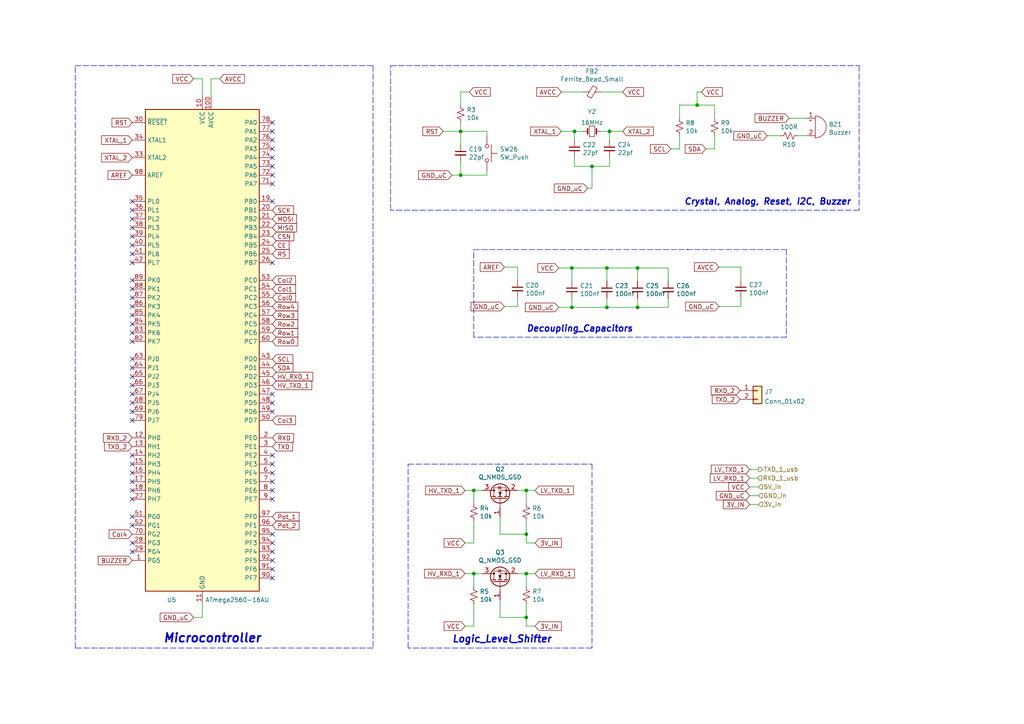
<source format=kicad_sch>
(kicad_sch
	(version 20231120)
	(generator "eeschema")
	(generator_version "8.0")
	(uuid "7aceb8a0-9b76-4a1f-ad77-612d0b4dfcb9")
	(paper "A4")
	(lib_symbols
		(symbol "Connector_Generic:Conn_01x02"
			(pin_names
				(offset 1.016) hide)
			(exclude_from_sim no)
			(in_bom yes)
			(on_board yes)
			(property "Reference" "J"
				(at 0 2.54 0)
				(effects
					(font
						(size 1.27 1.27)
					)
				)
			)
			(property "Value" "Conn_01x02"
				(at 0 -5.08 0)
				(effects
					(font
						(size 1.27 1.27)
					)
				)
			)
			(property "Footprint" ""
				(at 0 0 0)
				(effects
					(font
						(size 1.27 1.27)
					)
					(hide yes)
				)
			)
			(property "Datasheet" "~"
				(at 0 0 0)
				(effects
					(font
						(size 1.27 1.27)
					)
					(hide yes)
				)
			)
			(property "Description" "Generic connector, single row, 01x02, script generated (kicad-library-utils/schlib/autogen/connector/)"
				(at 0 0 0)
				(effects
					(font
						(size 1.27 1.27)
					)
					(hide yes)
				)
			)
			(property "ki_keywords" "connector"
				(at 0 0 0)
				(effects
					(font
						(size 1.27 1.27)
					)
					(hide yes)
				)
			)
			(property "ki_fp_filters" "Connector*:*_1x??_*"
				(at 0 0 0)
				(effects
					(font
						(size 1.27 1.27)
					)
					(hide yes)
				)
			)
			(symbol "Conn_01x02_1_1"
				(rectangle
					(start -1.27 -2.413)
					(end 0 -2.667)
					(stroke
						(width 0.1524)
						(type default)
					)
					(fill
						(type none)
					)
				)
				(rectangle
					(start -1.27 0.127)
					(end 0 -0.127)
					(stroke
						(width 0.1524)
						(type default)
					)
					(fill
						(type none)
					)
				)
				(rectangle
					(start -1.27 1.27)
					(end 1.27 -3.81)
					(stroke
						(width 0.254)
						(type default)
					)
					(fill
						(type background)
					)
				)
				(pin passive line
					(at -5.08 0 0)
					(length 3.81)
					(name "Pin_1"
						(effects
							(font
								(size 1.27 1.27)
							)
						)
					)
					(number "1"
						(effects
							(font
								(size 1.27 1.27)
							)
						)
					)
				)
				(pin passive line
					(at -5.08 -2.54 0)
					(length 3.81)
					(name "Pin_2"
						(effects
							(font
								(size 1.27 1.27)
							)
						)
					)
					(number "2"
						(effects
							(font
								(size 1.27 1.27)
							)
						)
					)
				)
			)
		)
		(symbol "Device:Buzzer"
			(pin_names
				(offset 0.0254) hide)
			(exclude_from_sim no)
			(in_bom yes)
			(on_board yes)
			(property "Reference" "BZ"
				(at 3.81 1.27 0)
				(effects
					(font
						(size 1.27 1.27)
					)
					(justify left)
				)
			)
			(property "Value" "Buzzer"
				(at 3.81 -1.27 0)
				(effects
					(font
						(size 1.27 1.27)
					)
					(justify left)
				)
			)
			(property "Footprint" ""
				(at -0.635 2.54 90)
				(effects
					(font
						(size 1.27 1.27)
					)
					(hide yes)
				)
			)
			(property "Datasheet" "~"
				(at -0.635 2.54 90)
				(effects
					(font
						(size 1.27 1.27)
					)
					(hide yes)
				)
			)
			(property "Description" "Buzzer, polarized"
				(at 0 0 0)
				(effects
					(font
						(size 1.27 1.27)
					)
					(hide yes)
				)
			)
			(property "ki_keywords" "quartz resonator ceramic"
				(at 0 0 0)
				(effects
					(font
						(size 1.27 1.27)
					)
					(hide yes)
				)
			)
			(property "ki_fp_filters" "*Buzzer*"
				(at 0 0 0)
				(effects
					(font
						(size 1.27 1.27)
					)
					(hide yes)
				)
			)
			(symbol "Buzzer_0_1"
				(arc
					(start 0 -3.175)
					(mid 3.1612 0)
					(end 0 3.175)
					(stroke
						(width 0)
						(type default)
					)
					(fill
						(type none)
					)
				)
				(polyline
					(pts
						(xy -1.651 1.905) (xy -1.143 1.905)
					)
					(stroke
						(width 0)
						(type default)
					)
					(fill
						(type none)
					)
				)
				(polyline
					(pts
						(xy -1.397 2.159) (xy -1.397 1.651)
					)
					(stroke
						(width 0)
						(type default)
					)
					(fill
						(type none)
					)
				)
				(polyline
					(pts
						(xy 0 3.175) (xy 0 -3.175)
					)
					(stroke
						(width 0)
						(type default)
					)
					(fill
						(type none)
					)
				)
			)
			(symbol "Buzzer_1_1"
				(pin passive line
					(at -2.54 2.54 0)
					(length 2.54)
					(name "-"
						(effects
							(font
								(size 1.27 1.27)
							)
						)
					)
					(number "1"
						(effects
							(font
								(size 1.27 1.27)
							)
						)
					)
				)
				(pin passive line
					(at -2.54 -2.54 0)
					(length 2.54)
					(name "+"
						(effects
							(font
								(size 1.27 1.27)
							)
						)
					)
					(number "2"
						(effects
							(font
								(size 1.27 1.27)
							)
						)
					)
				)
			)
		)
		(symbol "Device:C_Small"
			(pin_numbers hide)
			(pin_names
				(offset 0.254) hide)
			(exclude_from_sim no)
			(in_bom yes)
			(on_board yes)
			(property "Reference" "C"
				(at 0.254 1.778 0)
				(effects
					(font
						(size 1.27 1.27)
					)
					(justify left)
				)
			)
			(property "Value" "C_Small"
				(at 0.254 -2.032 0)
				(effects
					(font
						(size 1.27 1.27)
					)
					(justify left)
				)
			)
			(property "Footprint" ""
				(at 0 0 0)
				(effects
					(font
						(size 1.27 1.27)
					)
					(hide yes)
				)
			)
			(property "Datasheet" "~"
				(at 0 0 0)
				(effects
					(font
						(size 1.27 1.27)
					)
					(hide yes)
				)
			)
			(property "Description" "Unpolarized capacitor, small symbol"
				(at 0 0 0)
				(effects
					(font
						(size 1.27 1.27)
					)
					(hide yes)
				)
			)
			(property "ki_keywords" "capacitor cap"
				(at 0 0 0)
				(effects
					(font
						(size 1.27 1.27)
					)
					(hide yes)
				)
			)
			(property "ki_fp_filters" "C_*"
				(at 0 0 0)
				(effects
					(font
						(size 1.27 1.27)
					)
					(hide yes)
				)
			)
			(symbol "C_Small_0_1"
				(polyline
					(pts
						(xy -1.524 -0.508) (xy 1.524 -0.508)
					)
					(stroke
						(width 0.3302)
						(type default)
					)
					(fill
						(type none)
					)
				)
				(polyline
					(pts
						(xy -1.524 0.508) (xy 1.524 0.508)
					)
					(stroke
						(width 0.3048)
						(type default)
					)
					(fill
						(type none)
					)
				)
			)
			(symbol "C_Small_1_1"
				(pin passive line
					(at 0 2.54 270)
					(length 2.032)
					(name "~"
						(effects
							(font
								(size 1.27 1.27)
							)
						)
					)
					(number "1"
						(effects
							(font
								(size 1.27 1.27)
							)
						)
					)
				)
				(pin passive line
					(at 0 -2.54 90)
					(length 2.032)
					(name "~"
						(effects
							(font
								(size 1.27 1.27)
							)
						)
					)
					(number "2"
						(effects
							(font
								(size 1.27 1.27)
							)
						)
					)
				)
			)
		)
		(symbol "Device:Crystal_Small"
			(pin_numbers hide)
			(pin_names
				(offset 1.016) hide)
			(exclude_from_sim no)
			(in_bom yes)
			(on_board yes)
			(property "Reference" "Y"
				(at 0 2.54 0)
				(effects
					(font
						(size 1.27 1.27)
					)
				)
			)
			(property "Value" "Crystal_Small"
				(at 0 -2.54 0)
				(effects
					(font
						(size 1.27 1.27)
					)
				)
			)
			(property "Footprint" ""
				(at 0 0 0)
				(effects
					(font
						(size 1.27 1.27)
					)
					(hide yes)
				)
			)
			(property "Datasheet" "~"
				(at 0 0 0)
				(effects
					(font
						(size 1.27 1.27)
					)
					(hide yes)
				)
			)
			(property "Description" "Two pin crystal, small symbol"
				(at 0 0 0)
				(effects
					(font
						(size 1.27 1.27)
					)
					(hide yes)
				)
			)
			(property "ki_keywords" "quartz ceramic resonator oscillator"
				(at 0 0 0)
				(effects
					(font
						(size 1.27 1.27)
					)
					(hide yes)
				)
			)
			(property "ki_fp_filters" "Crystal*"
				(at 0 0 0)
				(effects
					(font
						(size 1.27 1.27)
					)
					(hide yes)
				)
			)
			(symbol "Crystal_Small_0_1"
				(rectangle
					(start -0.762 -1.524)
					(end 0.762 1.524)
					(stroke
						(width 0)
						(type default)
					)
					(fill
						(type none)
					)
				)
				(polyline
					(pts
						(xy -1.27 -0.762) (xy -1.27 0.762)
					)
					(stroke
						(width 0.381)
						(type default)
					)
					(fill
						(type none)
					)
				)
				(polyline
					(pts
						(xy 1.27 -0.762) (xy 1.27 0.762)
					)
					(stroke
						(width 0.381)
						(type default)
					)
					(fill
						(type none)
					)
				)
			)
			(symbol "Crystal_Small_1_1"
				(pin passive line
					(at -2.54 0 0)
					(length 1.27)
					(name "1"
						(effects
							(font
								(size 1.27 1.27)
							)
						)
					)
					(number "1"
						(effects
							(font
								(size 1.27 1.27)
							)
						)
					)
				)
				(pin passive line
					(at 2.54 0 180)
					(length 1.27)
					(name "2"
						(effects
							(font
								(size 1.27 1.27)
							)
						)
					)
					(number "2"
						(effects
							(font
								(size 1.27 1.27)
							)
						)
					)
				)
			)
		)
		(symbol "Device:Ferrite_Bead_Small"
			(pin_numbers hide)
			(pin_names
				(offset 0)
			)
			(exclude_from_sim no)
			(in_bom yes)
			(on_board yes)
			(property "Reference" "FB"
				(at 1.905 1.27 0)
				(effects
					(font
						(size 1.27 1.27)
					)
					(justify left)
				)
			)
			(property "Value" "Device_Ferrite_Bead_Small"
				(at 1.905 -1.27 0)
				(effects
					(font
						(size 1.27 1.27)
					)
					(justify left)
				)
			)
			(property "Footprint" ""
				(at -1.778 0 90)
				(effects
					(font
						(size 1.27 1.27)
					)
					(hide yes)
				)
			)
			(property "Datasheet" ""
				(at 0 0 0)
				(effects
					(font
						(size 1.27 1.27)
					)
					(hide yes)
				)
			)
			(property "Description" ""
				(at 0 0 0)
				(effects
					(font
						(size 1.27 1.27)
					)
					(hide yes)
				)
			)
			(property "ki_fp_filters" "Inductor_* L_* *Ferrite*"
				(at 0 0 0)
				(effects
					(font
						(size 1.27 1.27)
					)
					(hide yes)
				)
			)
			(symbol "Ferrite_Bead_Small_0_1"
				(polyline
					(pts
						(xy 0 -1.27) (xy 0 -0.7874)
					)
					(stroke
						(width 0)
						(type default)
					)
					(fill
						(type none)
					)
				)
				(polyline
					(pts
						(xy 0 0.889) (xy 0 1.2954)
					)
					(stroke
						(width 0)
						(type default)
					)
					(fill
						(type none)
					)
				)
				(polyline
					(pts
						(xy -1.8288 0.2794) (xy -1.1176 1.4986) (xy 1.8288 -0.2032) (xy 1.1176 -1.4224) (xy -1.8288 0.2794)
					)
					(stroke
						(width 0)
						(type default)
					)
					(fill
						(type none)
					)
				)
			)
			(symbol "Ferrite_Bead_Small_1_1"
				(pin passive line
					(at 0 2.54 270)
					(length 1.27)
					(name "~"
						(effects
							(font
								(size 1.27 1.27)
							)
						)
					)
					(number "1"
						(effects
							(font
								(size 1.27 1.27)
							)
						)
					)
				)
				(pin passive line
					(at 0 -2.54 90)
					(length 1.27)
					(name "~"
						(effects
							(font
								(size 1.27 1.27)
							)
						)
					)
					(number "2"
						(effects
							(font
								(size 1.27 1.27)
							)
						)
					)
				)
			)
		)
		(symbol "Device:Q_NMOS_GSD"
			(pin_names
				(offset 0) hide)
			(exclude_from_sim no)
			(in_bom yes)
			(on_board yes)
			(property "Reference" "Q"
				(at 5.08 1.27 0)
				(effects
					(font
						(size 1.27 1.27)
					)
					(justify left)
				)
			)
			(property "Value" "Q_NMOS_GSD"
				(at 5.08 -1.27 0)
				(effects
					(font
						(size 1.27 1.27)
					)
					(justify left)
				)
			)
			(property "Footprint" ""
				(at 5.08 2.54 0)
				(effects
					(font
						(size 1.27 1.27)
					)
					(hide yes)
				)
			)
			(property "Datasheet" "~"
				(at 0 0 0)
				(effects
					(font
						(size 1.27 1.27)
					)
					(hide yes)
				)
			)
			(property "Description" "N-MOSFET transistor, gate/source/drain"
				(at 0 0 0)
				(effects
					(font
						(size 1.27 1.27)
					)
					(hide yes)
				)
			)
			(property "ki_keywords" "transistor NMOS N-MOS N-MOSFET"
				(at 0 0 0)
				(effects
					(font
						(size 1.27 1.27)
					)
					(hide yes)
				)
			)
			(symbol "Q_NMOS_GSD_0_1"
				(polyline
					(pts
						(xy 0.254 0) (xy -2.54 0)
					)
					(stroke
						(width 0)
						(type default)
					)
					(fill
						(type none)
					)
				)
				(polyline
					(pts
						(xy 0.254 1.905) (xy 0.254 -1.905)
					)
					(stroke
						(width 0.254)
						(type default)
					)
					(fill
						(type none)
					)
				)
				(polyline
					(pts
						(xy 0.762 -1.27) (xy 0.762 -2.286)
					)
					(stroke
						(width 0.254)
						(type default)
					)
					(fill
						(type none)
					)
				)
				(polyline
					(pts
						(xy 0.762 0.508) (xy 0.762 -0.508)
					)
					(stroke
						(width 0.254)
						(type default)
					)
					(fill
						(type none)
					)
				)
				(polyline
					(pts
						(xy 0.762 2.286) (xy 0.762 1.27)
					)
					(stroke
						(width 0.254)
						(type default)
					)
					(fill
						(type none)
					)
				)
				(polyline
					(pts
						(xy 2.54 2.54) (xy 2.54 1.778)
					)
					(stroke
						(width 0)
						(type default)
					)
					(fill
						(type none)
					)
				)
				(polyline
					(pts
						(xy 2.54 -2.54) (xy 2.54 0) (xy 0.762 0)
					)
					(stroke
						(width 0)
						(type default)
					)
					(fill
						(type none)
					)
				)
				(polyline
					(pts
						(xy 0.762 -1.778) (xy 3.302 -1.778) (xy 3.302 1.778) (xy 0.762 1.778)
					)
					(stroke
						(width 0)
						(type default)
					)
					(fill
						(type none)
					)
				)
				(polyline
					(pts
						(xy 1.016 0) (xy 2.032 0.381) (xy 2.032 -0.381) (xy 1.016 0)
					)
					(stroke
						(width 0)
						(type default)
					)
					(fill
						(type outline)
					)
				)
				(polyline
					(pts
						(xy 2.794 0.508) (xy 2.921 0.381) (xy 3.683 0.381) (xy 3.81 0.254)
					)
					(stroke
						(width 0)
						(type default)
					)
					(fill
						(type none)
					)
				)
				(polyline
					(pts
						(xy 3.302 0.381) (xy 2.921 -0.254) (xy 3.683 -0.254) (xy 3.302 0.381)
					)
					(stroke
						(width 0)
						(type default)
					)
					(fill
						(type none)
					)
				)
				(circle
					(center 1.651 0)
					(radius 2.794)
					(stroke
						(width 0.254)
						(type default)
					)
					(fill
						(type none)
					)
				)
				(circle
					(center 2.54 -1.778)
					(radius 0.254)
					(stroke
						(width 0)
						(type default)
					)
					(fill
						(type outline)
					)
				)
				(circle
					(center 2.54 1.778)
					(radius 0.254)
					(stroke
						(width 0)
						(type default)
					)
					(fill
						(type outline)
					)
				)
			)
			(symbol "Q_NMOS_GSD_1_1"
				(pin input line
					(at -5.08 0 0)
					(length 2.54)
					(name "G"
						(effects
							(font
								(size 1.27 1.27)
							)
						)
					)
					(number "1"
						(effects
							(font
								(size 1.27 1.27)
							)
						)
					)
				)
				(pin passive line
					(at 2.54 -5.08 90)
					(length 2.54)
					(name "S"
						(effects
							(font
								(size 1.27 1.27)
							)
						)
					)
					(number "2"
						(effects
							(font
								(size 1.27 1.27)
							)
						)
					)
				)
				(pin passive line
					(at 2.54 5.08 270)
					(length 2.54)
					(name "D"
						(effects
							(font
								(size 1.27 1.27)
							)
						)
					)
					(number "3"
						(effects
							(font
								(size 1.27 1.27)
							)
						)
					)
				)
			)
		)
		(symbol "Device:R_Small_US"
			(pin_numbers hide)
			(pin_names
				(offset 0.254) hide)
			(exclude_from_sim no)
			(in_bom yes)
			(on_board yes)
			(property "Reference" "R"
				(at 0.762 0.508 0)
				(effects
					(font
						(size 1.27 1.27)
					)
					(justify left)
				)
			)
			(property "Value" "R_Small_US"
				(at 0.762 -1.016 0)
				(effects
					(font
						(size 1.27 1.27)
					)
					(justify left)
				)
			)
			(property "Footprint" ""
				(at 0 0 0)
				(effects
					(font
						(size 1.27 1.27)
					)
					(hide yes)
				)
			)
			(property "Datasheet" "~"
				(at 0 0 0)
				(effects
					(font
						(size 1.27 1.27)
					)
					(hide yes)
				)
			)
			(property "Description" "Resistor, small US symbol"
				(at 0 0 0)
				(effects
					(font
						(size 1.27 1.27)
					)
					(hide yes)
				)
			)
			(property "ki_keywords" "r resistor"
				(at 0 0 0)
				(effects
					(font
						(size 1.27 1.27)
					)
					(hide yes)
				)
			)
			(property "ki_fp_filters" "R_*"
				(at 0 0 0)
				(effects
					(font
						(size 1.27 1.27)
					)
					(hide yes)
				)
			)
			(symbol "R_Small_US_1_1"
				(polyline
					(pts
						(xy 0 0) (xy 1.016 -0.381) (xy 0 -0.762) (xy -1.016 -1.143) (xy 0 -1.524)
					)
					(stroke
						(width 0)
						(type default)
					)
					(fill
						(type none)
					)
				)
				(polyline
					(pts
						(xy 0 1.524) (xy 1.016 1.143) (xy 0 0.762) (xy -1.016 0.381) (xy 0 0)
					)
					(stroke
						(width 0)
						(type default)
					)
					(fill
						(type none)
					)
				)
				(pin passive line
					(at 0 2.54 270)
					(length 1.016)
					(name "~"
						(effects
							(font
								(size 1.27 1.27)
							)
						)
					)
					(number "1"
						(effects
							(font
								(size 1.27 1.27)
							)
						)
					)
				)
				(pin passive line
					(at 0 -2.54 90)
					(length 1.016)
					(name "~"
						(effects
							(font
								(size 1.27 1.27)
							)
						)
					)
					(number "2"
						(effects
							(font
								(size 1.27 1.27)
							)
						)
					)
				)
			)
		)
		(symbol "MCU_Microchip_ATmega:ATmega2560-16AU"
			(exclude_from_sim no)
			(in_bom yes)
			(on_board yes)
			(property "Reference" "U"
				(at 0 1.27 0)
				(effects
					(font
						(size 1.27 1.27)
					)
					(justify bottom)
				)
			)
			(property "Value" "MCU_Microchip_ATmega_ATmega2560-16AU"
				(at 0 -1.27 0)
				(effects
					(font
						(size 1.27 1.27)
					)
					(justify top)
				)
			)
			(property "Footprint" "Package_QFP:TQFP-100_14x14mm_P0.5mm"
				(at 0 0 0)
				(effects
					(font
						(size 1.27 1.27)
						(italic yes)
					)
					(hide yes)
				)
			)
			(property "Datasheet" ""
				(at 0 0 0)
				(effects
					(font
						(size 1.27 1.27)
					)
					(hide yes)
				)
			)
			(property "Description" ""
				(at 0 0 0)
				(effects
					(font
						(size 1.27 1.27)
					)
					(hide yes)
				)
			)
			(property "ki_fp_filters" "TQFP*14x14mm*P0.5mm*"
				(at 0 0 0)
				(effects
					(font
						(size 1.27 1.27)
					)
					(hide yes)
				)
			)
			(symbol "ATmega2560-16AU_0_1"
				(rectangle
					(start -16.51 -69.85)
					(end 16.51 69.85)
					(stroke
						(width 0.254)
						(type default)
					)
					(fill
						(type background)
					)
				)
			)
			(symbol "ATmega2560-16AU_1_1"
				(pin bidirectional line
					(at -20.32 -60.96 0)
					(length 3.81)
					(name "PG5"
						(effects
							(font
								(size 1.27 1.27)
							)
						)
					)
					(number "1"
						(effects
							(font
								(size 1.27 1.27)
							)
						)
					)
				)
				(pin power_in line
					(at 0 73.66 270)
					(length 3.81)
					(name "VCC"
						(effects
							(font
								(size 1.27 1.27)
							)
						)
					)
					(number "10"
						(effects
							(font
								(size 1.27 1.27)
							)
						)
					)
				)
				(pin power_in line
					(at 2.54 73.66 270)
					(length 3.81)
					(name "AVCC"
						(effects
							(font
								(size 1.27 1.27)
							)
						)
					)
					(number "100"
						(effects
							(font
								(size 1.27 1.27)
							)
						)
					)
				)
				(pin power_in line
					(at 0 -73.66 90)
					(length 3.81)
					(name "GND"
						(effects
							(font
								(size 1.27 1.27)
							)
						)
					)
					(number "11"
						(effects
							(font
								(size 1.27 1.27)
							)
						)
					)
				)
				(pin bidirectional line
					(at -20.32 -25.4 0)
					(length 3.81)
					(name "PH0"
						(effects
							(font
								(size 1.27 1.27)
							)
						)
					)
					(number "12"
						(effects
							(font
								(size 1.27 1.27)
							)
						)
					)
				)
				(pin bidirectional line
					(at -20.32 -27.94 0)
					(length 3.81)
					(name "PH1"
						(effects
							(font
								(size 1.27 1.27)
							)
						)
					)
					(number "13"
						(effects
							(font
								(size 1.27 1.27)
							)
						)
					)
				)
				(pin bidirectional line
					(at -20.32 -30.48 0)
					(length 3.81)
					(name "PH2"
						(effects
							(font
								(size 1.27 1.27)
							)
						)
					)
					(number "14"
						(effects
							(font
								(size 1.27 1.27)
							)
						)
					)
				)
				(pin bidirectional line
					(at -20.32 -33.02 0)
					(length 3.81)
					(name "PH3"
						(effects
							(font
								(size 1.27 1.27)
							)
						)
					)
					(number "15"
						(effects
							(font
								(size 1.27 1.27)
							)
						)
					)
				)
				(pin bidirectional line
					(at -20.32 -35.56 0)
					(length 3.81)
					(name "PH4"
						(effects
							(font
								(size 1.27 1.27)
							)
						)
					)
					(number "16"
						(effects
							(font
								(size 1.27 1.27)
							)
						)
					)
				)
				(pin bidirectional line
					(at -20.32 -38.1 0)
					(length 3.81)
					(name "PH5"
						(effects
							(font
								(size 1.27 1.27)
							)
						)
					)
					(number "17"
						(effects
							(font
								(size 1.27 1.27)
							)
						)
					)
				)
				(pin bidirectional line
					(at -20.32 -40.64 0)
					(length 3.81)
					(name "PH6"
						(effects
							(font
								(size 1.27 1.27)
							)
						)
					)
					(number "18"
						(effects
							(font
								(size 1.27 1.27)
							)
						)
					)
				)
				(pin bidirectional line
					(at 20.32 43.18 180)
					(length 3.81)
					(name "PB0"
						(effects
							(font
								(size 1.27 1.27)
							)
						)
					)
					(number "19"
						(effects
							(font
								(size 1.27 1.27)
							)
						)
					)
				)
				(pin bidirectional line
					(at 20.32 -25.4 180)
					(length 3.81)
					(name "PE0"
						(effects
							(font
								(size 1.27 1.27)
							)
						)
					)
					(number "2"
						(effects
							(font
								(size 1.27 1.27)
							)
						)
					)
				)
				(pin bidirectional line
					(at 20.32 40.64 180)
					(length 3.81)
					(name "PB1"
						(effects
							(font
								(size 1.27 1.27)
							)
						)
					)
					(number "20"
						(effects
							(font
								(size 1.27 1.27)
							)
						)
					)
				)
				(pin bidirectional line
					(at 20.32 38.1 180)
					(length 3.81)
					(name "PB2"
						(effects
							(font
								(size 1.27 1.27)
							)
						)
					)
					(number "21"
						(effects
							(font
								(size 1.27 1.27)
							)
						)
					)
				)
				(pin bidirectional line
					(at 20.32 35.56 180)
					(length 3.81)
					(name "PB3"
						(effects
							(font
								(size 1.27 1.27)
							)
						)
					)
					(number "22"
						(effects
							(font
								(size 1.27 1.27)
							)
						)
					)
				)
				(pin bidirectional line
					(at 20.32 33.02 180)
					(length 3.81)
					(name "PB4"
						(effects
							(font
								(size 1.27 1.27)
							)
						)
					)
					(number "23"
						(effects
							(font
								(size 1.27 1.27)
							)
						)
					)
				)
				(pin bidirectional line
					(at 20.32 30.48 180)
					(length 3.81)
					(name "PB5"
						(effects
							(font
								(size 1.27 1.27)
							)
						)
					)
					(number "24"
						(effects
							(font
								(size 1.27 1.27)
							)
						)
					)
				)
				(pin bidirectional line
					(at 20.32 27.94 180)
					(length 3.81)
					(name "PB6"
						(effects
							(font
								(size 1.27 1.27)
							)
						)
					)
					(number "25"
						(effects
							(font
								(size 1.27 1.27)
							)
						)
					)
				)
				(pin bidirectional line
					(at 20.32 25.4 180)
					(length 3.81)
					(name "PB7"
						(effects
							(font
								(size 1.27 1.27)
							)
						)
					)
					(number "26"
						(effects
							(font
								(size 1.27 1.27)
							)
						)
					)
				)
				(pin bidirectional line
					(at -20.32 -43.18 0)
					(length 3.81)
					(name "PH7"
						(effects
							(font
								(size 1.27 1.27)
							)
						)
					)
					(number "27"
						(effects
							(font
								(size 1.27 1.27)
							)
						)
					)
				)
				(pin bidirectional line
					(at -20.32 -55.88 0)
					(length 3.81)
					(name "PG3"
						(effects
							(font
								(size 1.27 1.27)
							)
						)
					)
					(number "28"
						(effects
							(font
								(size 1.27 1.27)
							)
						)
					)
				)
				(pin bidirectional line
					(at -20.32 -58.42 0)
					(length 3.81)
					(name "PG4"
						(effects
							(font
								(size 1.27 1.27)
							)
						)
					)
					(number "29"
						(effects
							(font
								(size 1.27 1.27)
							)
						)
					)
				)
				(pin bidirectional line
					(at 20.32 -27.94 180)
					(length 3.81)
					(name "PE1"
						(effects
							(font
								(size 1.27 1.27)
							)
						)
					)
					(number "3"
						(effects
							(font
								(size 1.27 1.27)
							)
						)
					)
				)
				(pin input line
					(at -20.32 66.04 0)
					(length 3.81)
					(name "~{RESET}"
						(effects
							(font
								(size 1.27 1.27)
							)
						)
					)
					(number "30"
						(effects
							(font
								(size 1.27 1.27)
							)
						)
					)
				)
				(pin passive line
					(at 0 73.66 270)
					(length 3.81) hide
					(name "VCC"
						(effects
							(font
								(size 1.27 1.27)
							)
						)
					)
					(number "31"
						(effects
							(font
								(size 1.27 1.27)
							)
						)
					)
				)
				(pin passive line
					(at 0 -73.66 90)
					(length 3.81) hide
					(name "GND"
						(effects
							(font
								(size 1.27 1.27)
							)
						)
					)
					(number "32"
						(effects
							(font
								(size 1.27 1.27)
							)
						)
					)
				)
				(pin output line
					(at -20.32 55.88 0)
					(length 3.81)
					(name "XTAL2"
						(effects
							(font
								(size 1.27 1.27)
							)
						)
					)
					(number "33"
						(effects
							(font
								(size 1.27 1.27)
							)
						)
					)
				)
				(pin input line
					(at -20.32 60.96 0)
					(length 3.81)
					(name "XTAL1"
						(effects
							(font
								(size 1.27 1.27)
							)
						)
					)
					(number "34"
						(effects
							(font
								(size 1.27 1.27)
							)
						)
					)
				)
				(pin bidirectional line
					(at -20.32 43.18 0)
					(length 3.81)
					(name "PL0"
						(effects
							(font
								(size 1.27 1.27)
							)
						)
					)
					(number "35"
						(effects
							(font
								(size 1.27 1.27)
							)
						)
					)
				)
				(pin bidirectional line
					(at -20.32 40.64 0)
					(length 3.81)
					(name "PL1"
						(effects
							(font
								(size 1.27 1.27)
							)
						)
					)
					(number "36"
						(effects
							(font
								(size 1.27 1.27)
							)
						)
					)
				)
				(pin bidirectional line
					(at -20.32 38.1 0)
					(length 3.81)
					(name "PL2"
						(effects
							(font
								(size 1.27 1.27)
							)
						)
					)
					(number "37"
						(effects
							(font
								(size 1.27 1.27)
							)
						)
					)
				)
				(pin bidirectional line
					(at -20.32 35.56 0)
					(length 3.81)
					(name "PL3"
						(effects
							(font
								(size 1.27 1.27)
							)
						)
					)
					(number "38"
						(effects
							(font
								(size 1.27 1.27)
							)
						)
					)
				)
				(pin bidirectional line
					(at -20.32 33.02 0)
					(length 3.81)
					(name "PL4"
						(effects
							(font
								(size 1.27 1.27)
							)
						)
					)
					(number "39"
						(effects
							(font
								(size 1.27 1.27)
							)
						)
					)
				)
				(pin bidirectional line
					(at 20.32 -30.48 180)
					(length 3.81)
					(name "PE2"
						(effects
							(font
								(size 1.27 1.27)
							)
						)
					)
					(number "4"
						(effects
							(font
								(size 1.27 1.27)
							)
						)
					)
				)
				(pin bidirectional line
					(at -20.32 30.48 0)
					(length 3.81)
					(name "PL5"
						(effects
							(font
								(size 1.27 1.27)
							)
						)
					)
					(number "40"
						(effects
							(font
								(size 1.27 1.27)
							)
						)
					)
				)
				(pin bidirectional line
					(at -20.32 27.94 0)
					(length 3.81)
					(name "PL6"
						(effects
							(font
								(size 1.27 1.27)
							)
						)
					)
					(number "41"
						(effects
							(font
								(size 1.27 1.27)
							)
						)
					)
				)
				(pin bidirectional line
					(at -20.32 25.4 0)
					(length 3.81)
					(name "PL7"
						(effects
							(font
								(size 1.27 1.27)
							)
						)
					)
					(number "42"
						(effects
							(font
								(size 1.27 1.27)
							)
						)
					)
				)
				(pin bidirectional line
					(at 20.32 -2.54 180)
					(length 3.81)
					(name "PD0"
						(effects
							(font
								(size 1.27 1.27)
							)
						)
					)
					(number "43"
						(effects
							(font
								(size 1.27 1.27)
							)
						)
					)
				)
				(pin bidirectional line
					(at 20.32 -5.08 180)
					(length 3.81)
					(name "PD1"
						(effects
							(font
								(size 1.27 1.27)
							)
						)
					)
					(number "44"
						(effects
							(font
								(size 1.27 1.27)
							)
						)
					)
				)
				(pin bidirectional line
					(at 20.32 -7.62 180)
					(length 3.81)
					(name "PD2"
						(effects
							(font
								(size 1.27 1.27)
							)
						)
					)
					(number "45"
						(effects
							(font
								(size 1.27 1.27)
							)
						)
					)
				)
				(pin bidirectional line
					(at 20.32 -10.16 180)
					(length 3.81)
					(name "PD3"
						(effects
							(font
								(size 1.27 1.27)
							)
						)
					)
					(number "46"
						(effects
							(font
								(size 1.27 1.27)
							)
						)
					)
				)
				(pin bidirectional line
					(at 20.32 -12.7 180)
					(length 3.81)
					(name "PD4"
						(effects
							(font
								(size 1.27 1.27)
							)
						)
					)
					(number "47"
						(effects
							(font
								(size 1.27 1.27)
							)
						)
					)
				)
				(pin bidirectional line
					(at 20.32 -15.24 180)
					(length 3.81)
					(name "PD5"
						(effects
							(font
								(size 1.27 1.27)
							)
						)
					)
					(number "48"
						(effects
							(font
								(size 1.27 1.27)
							)
						)
					)
				)
				(pin bidirectional line
					(at 20.32 -17.78 180)
					(length 3.81)
					(name "PD6"
						(effects
							(font
								(size 1.27 1.27)
							)
						)
					)
					(number "49"
						(effects
							(font
								(size 1.27 1.27)
							)
						)
					)
				)
				(pin bidirectional line
					(at 20.32 -33.02 180)
					(length 3.81)
					(name "PE3"
						(effects
							(font
								(size 1.27 1.27)
							)
						)
					)
					(number "5"
						(effects
							(font
								(size 1.27 1.27)
							)
						)
					)
				)
				(pin bidirectional line
					(at 20.32 -20.32 180)
					(length 3.81)
					(name "PD7"
						(effects
							(font
								(size 1.27 1.27)
							)
						)
					)
					(number "50"
						(effects
							(font
								(size 1.27 1.27)
							)
						)
					)
				)
				(pin bidirectional line
					(at -20.32 -48.26 0)
					(length 3.81)
					(name "PG0"
						(effects
							(font
								(size 1.27 1.27)
							)
						)
					)
					(number "51"
						(effects
							(font
								(size 1.27 1.27)
							)
						)
					)
				)
				(pin bidirectional line
					(at -20.32 -50.8 0)
					(length 3.81)
					(name "PG1"
						(effects
							(font
								(size 1.27 1.27)
							)
						)
					)
					(number "52"
						(effects
							(font
								(size 1.27 1.27)
							)
						)
					)
				)
				(pin bidirectional line
					(at 20.32 20.32 180)
					(length 3.81)
					(name "PC0"
						(effects
							(font
								(size 1.27 1.27)
							)
						)
					)
					(number "53"
						(effects
							(font
								(size 1.27 1.27)
							)
						)
					)
				)
				(pin bidirectional line
					(at 20.32 17.78 180)
					(length 3.81)
					(name "PC1"
						(effects
							(font
								(size 1.27 1.27)
							)
						)
					)
					(number "54"
						(effects
							(font
								(size 1.27 1.27)
							)
						)
					)
				)
				(pin bidirectional line
					(at 20.32 15.24 180)
					(length 3.81)
					(name "PC2"
						(effects
							(font
								(size 1.27 1.27)
							)
						)
					)
					(number "55"
						(effects
							(font
								(size 1.27 1.27)
							)
						)
					)
				)
				(pin bidirectional line
					(at 20.32 12.7 180)
					(length 3.81)
					(name "PC3"
						(effects
							(font
								(size 1.27 1.27)
							)
						)
					)
					(number "56"
						(effects
							(font
								(size 1.27 1.27)
							)
						)
					)
				)
				(pin bidirectional line
					(at 20.32 10.16 180)
					(length 3.81)
					(name "PC4"
						(effects
							(font
								(size 1.27 1.27)
							)
						)
					)
					(number "57"
						(effects
							(font
								(size 1.27 1.27)
							)
						)
					)
				)
				(pin bidirectional line
					(at 20.32 7.62 180)
					(length 3.81)
					(name "PC5"
						(effects
							(font
								(size 1.27 1.27)
							)
						)
					)
					(number "58"
						(effects
							(font
								(size 1.27 1.27)
							)
						)
					)
				)
				(pin bidirectional line
					(at 20.32 5.08 180)
					(length 3.81)
					(name "PC6"
						(effects
							(font
								(size 1.27 1.27)
							)
						)
					)
					(number "59"
						(effects
							(font
								(size 1.27 1.27)
							)
						)
					)
				)
				(pin bidirectional line
					(at 20.32 -35.56 180)
					(length 3.81)
					(name "PE4"
						(effects
							(font
								(size 1.27 1.27)
							)
						)
					)
					(number "6"
						(effects
							(font
								(size 1.27 1.27)
							)
						)
					)
				)
				(pin bidirectional line
					(at 20.32 2.54 180)
					(length 3.81)
					(name "PC7"
						(effects
							(font
								(size 1.27 1.27)
							)
						)
					)
					(number "60"
						(effects
							(font
								(size 1.27 1.27)
							)
						)
					)
				)
				(pin passive line
					(at 0 73.66 270)
					(length 3.81) hide
					(name "VCC"
						(effects
							(font
								(size 1.27 1.27)
							)
						)
					)
					(number "61"
						(effects
							(font
								(size 1.27 1.27)
							)
						)
					)
				)
				(pin passive line
					(at 0 -73.66 90)
					(length 3.81) hide
					(name "GND"
						(effects
							(font
								(size 1.27 1.27)
							)
						)
					)
					(number "62"
						(effects
							(font
								(size 1.27 1.27)
							)
						)
					)
				)
				(pin bidirectional line
					(at -20.32 -2.54 0)
					(length 3.81)
					(name "PJ0"
						(effects
							(font
								(size 1.27 1.27)
							)
						)
					)
					(number "63"
						(effects
							(font
								(size 1.27 1.27)
							)
						)
					)
				)
				(pin bidirectional line
					(at -20.32 -5.08 0)
					(length 3.81)
					(name "PJ1"
						(effects
							(font
								(size 1.27 1.27)
							)
						)
					)
					(number "64"
						(effects
							(font
								(size 1.27 1.27)
							)
						)
					)
				)
				(pin bidirectional line
					(at -20.32 -7.62 0)
					(length 3.81)
					(name "PJ2"
						(effects
							(font
								(size 1.27 1.27)
							)
						)
					)
					(number "65"
						(effects
							(font
								(size 1.27 1.27)
							)
						)
					)
				)
				(pin bidirectional line
					(at -20.32 -10.16 0)
					(length 3.81)
					(name "PJ3"
						(effects
							(font
								(size 1.27 1.27)
							)
						)
					)
					(number "66"
						(effects
							(font
								(size 1.27 1.27)
							)
						)
					)
				)
				(pin bidirectional line
					(at -20.32 -12.7 0)
					(length 3.81)
					(name "PJ4"
						(effects
							(font
								(size 1.27 1.27)
							)
						)
					)
					(number "67"
						(effects
							(font
								(size 1.27 1.27)
							)
						)
					)
				)
				(pin bidirectional line
					(at -20.32 -15.24 0)
					(length 3.81)
					(name "PJ5"
						(effects
							(font
								(size 1.27 1.27)
							)
						)
					)
					(number "68"
						(effects
							(font
								(size 1.27 1.27)
							)
						)
					)
				)
				(pin bidirectional line
					(at -20.32 -17.78 0)
					(length 3.81)
					(name "PJ6"
						(effects
							(font
								(size 1.27 1.27)
							)
						)
					)
					(number "69"
						(effects
							(font
								(size 1.27 1.27)
							)
						)
					)
				)
				(pin bidirectional line
					(at 20.32 -38.1 180)
					(length 3.81)
					(name "PE5"
						(effects
							(font
								(size 1.27 1.27)
							)
						)
					)
					(number "7"
						(effects
							(font
								(size 1.27 1.27)
							)
						)
					)
				)
				(pin bidirectional line
					(at -20.32 -53.34 0)
					(length 3.81)
					(name "PG2"
						(effects
							(font
								(size 1.27 1.27)
							)
						)
					)
					(number "70"
						(effects
							(font
								(size 1.27 1.27)
							)
						)
					)
				)
				(pin bidirectional line
					(at 20.32 48.26 180)
					(length 3.81)
					(name "PA7"
						(effects
							(font
								(size 1.27 1.27)
							)
						)
					)
					(number "71"
						(effects
							(font
								(size 1.27 1.27)
							)
						)
					)
				)
				(pin bidirectional line
					(at 20.32 50.8 180)
					(length 3.81)
					(name "PA6"
						(effects
							(font
								(size 1.27 1.27)
							)
						)
					)
					(number "72"
						(effects
							(font
								(size 1.27 1.27)
							)
						)
					)
				)
				(pin bidirectional line
					(at 20.32 53.34 180)
					(length 3.81)
					(name "PA5"
						(effects
							(font
								(size 1.27 1.27)
							)
						)
					)
					(number "73"
						(effects
							(font
								(size 1.27 1.27)
							)
						)
					)
				)
				(pin bidirectional line
					(at 20.32 55.88 180)
					(length 3.81)
					(name "PA4"
						(effects
							(font
								(size 1.27 1.27)
							)
						)
					)
					(number "74"
						(effects
							(font
								(size 1.27 1.27)
							)
						)
					)
				)
				(pin bidirectional line
					(at 20.32 58.42 180)
					(length 3.81)
					(name "PA3"
						(effects
							(font
								(size 1.27 1.27)
							)
						)
					)
					(number "75"
						(effects
							(font
								(size 1.27 1.27)
							)
						)
					)
				)
				(pin bidirectional line
					(at 20.32 60.96 180)
					(length 3.81)
					(name "PA2"
						(effects
							(font
								(size 1.27 1.27)
							)
						)
					)
					(number "76"
						(effects
							(font
								(size 1.27 1.27)
							)
						)
					)
				)
				(pin bidirectional line
					(at 20.32 63.5 180)
					(length 3.81)
					(name "PA1"
						(effects
							(font
								(size 1.27 1.27)
							)
						)
					)
					(number "77"
						(effects
							(font
								(size 1.27 1.27)
							)
						)
					)
				)
				(pin bidirectional line
					(at 20.32 66.04 180)
					(length 3.81)
					(name "PA0"
						(effects
							(font
								(size 1.27 1.27)
							)
						)
					)
					(number "78"
						(effects
							(font
								(size 1.27 1.27)
							)
						)
					)
				)
				(pin bidirectional line
					(at -20.32 -20.32 0)
					(length 3.81)
					(name "PJ7"
						(effects
							(font
								(size 1.27 1.27)
							)
						)
					)
					(number "79"
						(effects
							(font
								(size 1.27 1.27)
							)
						)
					)
				)
				(pin bidirectional line
					(at 20.32 -40.64 180)
					(length 3.81)
					(name "PE6"
						(effects
							(font
								(size 1.27 1.27)
							)
						)
					)
					(number "8"
						(effects
							(font
								(size 1.27 1.27)
							)
						)
					)
				)
				(pin passive line
					(at 0 73.66 270)
					(length 3.81) hide
					(name "VCC"
						(effects
							(font
								(size 1.27 1.27)
							)
						)
					)
					(number "80"
						(effects
							(font
								(size 1.27 1.27)
							)
						)
					)
				)
				(pin passive line
					(at 0 -73.66 90)
					(length 3.81) hide
					(name "GND"
						(effects
							(font
								(size 1.27 1.27)
							)
						)
					)
					(number "81"
						(effects
							(font
								(size 1.27 1.27)
							)
						)
					)
				)
				(pin bidirectional line
					(at -20.32 2.54 0)
					(length 3.81)
					(name "PK7"
						(effects
							(font
								(size 1.27 1.27)
							)
						)
					)
					(number "82"
						(effects
							(font
								(size 1.27 1.27)
							)
						)
					)
				)
				(pin bidirectional line
					(at -20.32 5.08 0)
					(length 3.81)
					(name "PK6"
						(effects
							(font
								(size 1.27 1.27)
							)
						)
					)
					(number "83"
						(effects
							(font
								(size 1.27 1.27)
							)
						)
					)
				)
				(pin bidirectional line
					(at -20.32 7.62 0)
					(length 3.81)
					(name "PK5"
						(effects
							(font
								(size 1.27 1.27)
							)
						)
					)
					(number "84"
						(effects
							(font
								(size 1.27 1.27)
							)
						)
					)
				)
				(pin bidirectional line
					(at -20.32 10.16 0)
					(length 3.81)
					(name "PK4"
						(effects
							(font
								(size 1.27 1.27)
							)
						)
					)
					(number "85"
						(effects
							(font
								(size 1.27 1.27)
							)
						)
					)
				)
				(pin bidirectional line
					(at -20.32 12.7 0)
					(length 3.81)
					(name "PK3"
						(effects
							(font
								(size 1.27 1.27)
							)
						)
					)
					(number "86"
						(effects
							(font
								(size 1.27 1.27)
							)
						)
					)
				)
				(pin bidirectional line
					(at -20.32 15.24 0)
					(length 3.81)
					(name "PK2"
						(effects
							(font
								(size 1.27 1.27)
							)
						)
					)
					(number "87"
						(effects
							(font
								(size 1.27 1.27)
							)
						)
					)
				)
				(pin bidirectional line
					(at -20.32 17.78 0)
					(length 3.81)
					(name "PK1"
						(effects
							(font
								(size 1.27 1.27)
							)
						)
					)
					(number "88"
						(effects
							(font
								(size 1.27 1.27)
							)
						)
					)
				)
				(pin bidirectional line
					(at -20.32 20.32 0)
					(length 3.81)
					(name "PK0"
						(effects
							(font
								(size 1.27 1.27)
							)
						)
					)
					(number "89"
						(effects
							(font
								(size 1.27 1.27)
							)
						)
					)
				)
				(pin bidirectional line
					(at 20.32 -43.18 180)
					(length 3.81)
					(name "PE7"
						(effects
							(font
								(size 1.27 1.27)
							)
						)
					)
					(number "9"
						(effects
							(font
								(size 1.27 1.27)
							)
						)
					)
				)
				(pin bidirectional line
					(at 20.32 -66.04 180)
					(length 3.81)
					(name "PF7"
						(effects
							(font
								(size 1.27 1.27)
							)
						)
					)
					(number "90"
						(effects
							(font
								(size 1.27 1.27)
							)
						)
					)
				)
				(pin bidirectional line
					(at 20.32 -63.5 180)
					(length 3.81)
					(name "PF6"
						(effects
							(font
								(size 1.27 1.27)
							)
						)
					)
					(number "91"
						(effects
							(font
								(size 1.27 1.27)
							)
						)
					)
				)
				(pin bidirectional line
					(at 20.32 -60.96 180)
					(length 3.81)
					(name "PF5"
						(effects
							(font
								(size 1.27 1.27)
							)
						)
					)
					(number "92"
						(effects
							(font
								(size 1.27 1.27)
							)
						)
					)
				)
				(pin bidirectional line
					(at 20.32 -58.42 180)
					(length 3.81)
					(name "PF4"
						(effects
							(font
								(size 1.27 1.27)
							)
						)
					)
					(number "93"
						(effects
							(font
								(size 1.27 1.27)
							)
						)
					)
				)
				(pin bidirectional line
					(at 20.32 -55.88 180)
					(length 3.81)
					(name "PF3"
						(effects
							(font
								(size 1.27 1.27)
							)
						)
					)
					(number "94"
						(effects
							(font
								(size 1.27 1.27)
							)
						)
					)
				)
				(pin bidirectional line
					(at 20.32 -53.34 180)
					(length 3.81)
					(name "PF2"
						(effects
							(font
								(size 1.27 1.27)
							)
						)
					)
					(number "95"
						(effects
							(font
								(size 1.27 1.27)
							)
						)
					)
				)
				(pin bidirectional line
					(at 20.32 -50.8 180)
					(length 3.81)
					(name "PF1"
						(effects
							(font
								(size 1.27 1.27)
							)
						)
					)
					(number "96"
						(effects
							(font
								(size 1.27 1.27)
							)
						)
					)
				)
				(pin bidirectional line
					(at 20.32 -48.26 180)
					(length 3.81)
					(name "PF0"
						(effects
							(font
								(size 1.27 1.27)
							)
						)
					)
					(number "97"
						(effects
							(font
								(size 1.27 1.27)
							)
						)
					)
				)
				(pin passive line
					(at -20.32 50.8 0)
					(length 3.81)
					(name "AREF"
						(effects
							(font
								(size 1.27 1.27)
							)
						)
					)
					(number "98"
						(effects
							(font
								(size 1.27 1.27)
							)
						)
					)
				)
				(pin passive line
					(at 0 -73.66 90)
					(length 3.81) hide
					(name "GND"
						(effects
							(font
								(size 1.27 1.27)
							)
						)
					)
					(number "99"
						(effects
							(font
								(size 1.27 1.27)
							)
						)
					)
				)
			)
		)
		(symbol "Switch:SW_Push"
			(pin_numbers hide)
			(pin_names
				(offset 1.016) hide)
			(exclude_from_sim no)
			(in_bom yes)
			(on_board yes)
			(property "Reference" "SW"
				(at 1.27 2.54 0)
				(effects
					(font
						(size 1.27 1.27)
					)
					(justify left)
				)
			)
			(property "Value" "SW_Push"
				(at 0 -1.524 0)
				(effects
					(font
						(size 1.27 1.27)
					)
				)
			)
			(property "Footprint" ""
				(at 0 5.08 0)
				(effects
					(font
						(size 1.27 1.27)
					)
					(hide yes)
				)
			)
			(property "Datasheet" "~"
				(at 0 5.08 0)
				(effects
					(font
						(size 1.27 1.27)
					)
					(hide yes)
				)
			)
			(property "Description" "Push button switch, generic, two pins"
				(at 0 0 0)
				(effects
					(font
						(size 1.27 1.27)
					)
					(hide yes)
				)
			)
			(property "ki_keywords" "switch normally-open pushbutton push-button"
				(at 0 0 0)
				(effects
					(font
						(size 1.27 1.27)
					)
					(hide yes)
				)
			)
			(symbol "SW_Push_0_1"
				(circle
					(center -2.032 0)
					(radius 0.508)
					(stroke
						(width 0)
						(type default)
					)
					(fill
						(type none)
					)
				)
				(polyline
					(pts
						(xy 0 1.27) (xy 0 3.048)
					)
					(stroke
						(width 0)
						(type default)
					)
					(fill
						(type none)
					)
				)
				(polyline
					(pts
						(xy 2.54 1.27) (xy -2.54 1.27)
					)
					(stroke
						(width 0)
						(type default)
					)
					(fill
						(type none)
					)
				)
				(circle
					(center 2.032 0)
					(radius 0.508)
					(stroke
						(width 0)
						(type default)
					)
					(fill
						(type none)
					)
				)
				(pin passive line
					(at -5.08 0 0)
					(length 2.54)
					(name "1"
						(effects
							(font
								(size 1.27 1.27)
							)
						)
					)
					(number "1"
						(effects
							(font
								(size 1.27 1.27)
							)
						)
					)
				)
				(pin passive line
					(at 5.08 0 180)
					(length 2.54)
					(name "2"
						(effects
							(font
								(size 1.27 1.27)
							)
						)
					)
					(number "2"
						(effects
							(font
								(size 1.27 1.27)
							)
						)
					)
				)
			)
		)
	)
	(junction
		(at 176.022 89.154)
		(diameter 0)
		(color 0 0 0 0)
		(uuid "04275ea0-c1a1-4ddb-b631-db39adcd5945")
	)
	(junction
		(at 166.624 38.1)
		(diameter 0)
		(color 0 0 0 0)
		(uuid "0ab6f604-7414-4340-b655-ac5e0593be69")
	)
	(junction
		(at 152.654 166.37)
		(diameter 0)
		(color 0 0 0 0)
		(uuid "23106895-15ee-41c1-81df-e74a1b409294")
	)
	(junction
		(at 176.022 77.724)
		(diameter 0)
		(color 0 0 0 0)
		(uuid "29a7da28-74a3-4ece-9163-ef470c06321e")
	)
	(junction
		(at 152.654 154.94)
		(diameter 0)
		(color 0 0 0 0)
		(uuid "2b0f5974-2729-45d2-9ffa-e7e70c860f8d")
	)
	(junction
		(at 165.862 89.154)
		(diameter 0)
		(color 0 0 0 0)
		(uuid "3a2d10af-34ab-43d6-be2f-28933567dab9")
	)
	(junction
		(at 165.862 77.724)
		(diameter 0)
		(color 0 0 0 0)
		(uuid "403b39b5-9c94-411c-a249-f4a81675f243")
	)
	(junction
		(at 202.184 30.48)
		(diameter 0)
		(color 0 0 0 0)
		(uuid "55c383da-fbe6-4cc1-8f8b-03de506d2350")
	)
	(junction
		(at 176.784 38.1)
		(diameter 0)
		(color 0 0 0 0)
		(uuid "5645bfb0-b443-4130-8d2c-2d4eb21905b7")
	)
	(junction
		(at 184.912 89.154)
		(diameter 0)
		(color 0 0 0 0)
		(uuid "59ce93f8-0641-4090-b0f5-d1f4bf7cd0de")
	)
	(junction
		(at 184.912 77.724)
		(diameter 0)
		(color 0 0 0 0)
		(uuid "6b2176ba-8d6d-4f05-8c4e-160e1437f7bc")
	)
	(junction
		(at 133.604 38.1)
		(diameter 0)
		(color 0 0 0 0)
		(uuid "7ef53087-ffaf-4d7d-8e8e-6469c81a6688")
	)
	(junction
		(at 137.414 142.24)
		(diameter 0)
		(color 0 0 0 0)
		(uuid "92c795d4-3e84-4827-8f99-6325d733a364")
	)
	(junction
		(at 152.654 142.24)
		(diameter 0)
		(color 0 0 0 0)
		(uuid "c148f8b8-6b2c-47f2-8612-f63c932a1855")
	)
	(junction
		(at 171.704 48.26)
		(diameter 0)
		(color 0 0 0 0)
		(uuid "e2a79184-0612-4b35-bb30-6833ffbfb74a")
	)
	(junction
		(at 137.414 166.37)
		(diameter 0)
		(color 0 0 0 0)
		(uuid "f26ed979-9f18-4e43-a89b-6e8a43ea7a74")
	)
	(junction
		(at 152.654 179.07)
		(diameter 0)
		(color 0 0 0 0)
		(uuid "f4979e37-b1fc-4332-afcb-d739701b0f78")
	)
	(junction
		(at 133.604 50.8)
		(diameter 0)
		(color 0 0 0 0)
		(uuid "fe9155ba-4299-4e21-9e29-733af571197a")
	)
	(no_connect
		(at 78.994 53.34)
		(uuid "13a994db-ee8f-457c-baeb-a80669a3e05c")
	)
	(no_connect
		(at 78.994 50.8)
		(uuid "13a994db-ee8f-457c-baeb-a80669a3e05d")
	)
	(no_connect
		(at 78.994 48.26)
		(uuid "13a994db-ee8f-457c-baeb-a80669a3e05e")
	)
	(no_connect
		(at 78.994 45.72)
		(uuid "13a994db-ee8f-457c-baeb-a80669a3e05f")
	)
	(no_connect
		(at 78.994 43.18)
		(uuid "13a994db-ee8f-457c-baeb-a80669a3e060")
	)
	(no_connect
		(at 78.994 40.64)
		(uuid "13a994db-ee8f-457c-baeb-a80669a3e061")
	)
	(no_connect
		(at 78.994 38.1)
		(uuid "13a994db-ee8f-457c-baeb-a80669a3e062")
	)
	(no_connect
		(at 78.994 35.56)
		(uuid "13a994db-ee8f-457c-baeb-a80669a3e063")
	)
	(no_connect
		(at 78.994 58.42)
		(uuid "13a994db-ee8f-457c-baeb-a80669a3e064")
	)
	(no_connect
		(at 78.994 76.2)
		(uuid "13a994db-ee8f-457c-baeb-a80669a3e065")
	)
	(no_connect
		(at 78.994 167.64)
		(uuid "13a994db-ee8f-457c-baeb-a80669a3e066")
	)
	(no_connect
		(at 78.994 165.1)
		(uuid "13a994db-ee8f-457c-baeb-a80669a3e067")
	)
	(no_connect
		(at 78.994 137.16)
		(uuid "13a994db-ee8f-457c-baeb-a80669a3e068")
	)
	(no_connect
		(at 78.994 139.7)
		(uuid "13a994db-ee8f-457c-baeb-a80669a3e069")
	)
	(no_connect
		(at 78.994 142.24)
		(uuid "13a994db-ee8f-457c-baeb-a80669a3e06a")
	)
	(no_connect
		(at 78.994 144.78)
		(uuid "13a994db-ee8f-457c-baeb-a80669a3e06b")
	)
	(no_connect
		(at 78.994 154.94)
		(uuid "13a994db-ee8f-457c-baeb-a80669a3e06c")
	)
	(no_connect
		(at 78.994 157.48)
		(uuid "13a994db-ee8f-457c-baeb-a80669a3e06d")
	)
	(no_connect
		(at 78.994 160.02)
		(uuid "13a994db-ee8f-457c-baeb-a80669a3e06e")
	)
	(no_connect
		(at 78.994 162.56)
		(uuid "13a994db-ee8f-457c-baeb-a80669a3e06f")
	)
	(no_connect
		(at 38.354 157.48)
		(uuid "13a994db-ee8f-457c-baeb-a80669a3e070")
	)
	(no_connect
		(at 38.354 160.02)
		(uuid "13a994db-ee8f-457c-baeb-a80669a3e071")
	)
	(no_connect
		(at 38.354 149.86)
		(uuid "13a994db-ee8f-457c-baeb-a80669a3e072")
	)
	(no_connect
		(at 38.354 152.4)
		(uuid "13a994db-ee8f-457c-baeb-a80669a3e073")
	)
	(no_connect
		(at 38.354 137.16)
		(uuid "13a994db-ee8f-457c-baeb-a80669a3e074")
	)
	(no_connect
		(at 38.354 139.7)
		(uuid "13a994db-ee8f-457c-baeb-a80669a3e075")
	)
	(no_connect
		(at 38.354 142.24)
		(uuid "13a994db-ee8f-457c-baeb-a80669a3e076")
	)
	(no_connect
		(at 38.354 144.78)
		(uuid "13a994db-ee8f-457c-baeb-a80669a3e077")
	)
	(no_connect
		(at 38.354 91.44)
		(uuid "13a994db-ee8f-457c-baeb-a80669a3e078")
	)
	(no_connect
		(at 38.354 93.98)
		(uuid "13a994db-ee8f-457c-baeb-a80669a3e079")
	)
	(no_connect
		(at 38.354 96.52)
		(uuid "13a994db-ee8f-457c-baeb-a80669a3e07a")
	)
	(no_connect
		(at 38.354 99.06)
		(uuid "13a994db-ee8f-457c-baeb-a80669a3e07b")
	)
	(no_connect
		(at 38.354 58.42)
		(uuid "13a994db-ee8f-457c-baeb-a80669a3e07c")
	)
	(no_connect
		(at 38.354 60.96)
		(uuid "13a994db-ee8f-457c-baeb-a80669a3e07d")
	)
	(no_connect
		(at 38.354 63.5)
		(uuid "13a994db-ee8f-457c-baeb-a80669a3e07e")
	)
	(no_connect
		(at 38.354 66.04)
		(uuid "13a994db-ee8f-457c-baeb-a80669a3e07f")
	)
	(no_connect
		(at 38.354 68.58)
		(uuid "13a994db-ee8f-457c-baeb-a80669a3e080")
	)
	(no_connect
		(at 38.354 73.66)
		(uuid "13a994db-ee8f-457c-baeb-a80669a3e081")
	)
	(no_connect
		(at 38.354 71.12)
		(uuid "13a994db-ee8f-457c-baeb-a80669a3e082")
	)
	(no_connect
		(at 38.354 76.2)
		(uuid "13a994db-ee8f-457c-baeb-a80669a3e083")
	)
	(no_connect
		(at 38.354 81.28)
		(uuid "13a994db-ee8f-457c-baeb-a80669a3e084")
	)
	(no_connect
		(at 38.354 83.82)
		(uuid "13a994db-ee8f-457c-baeb-a80669a3e085")
	)
	(no_connect
		(at 38.354 86.36)
		(uuid "13a994db-ee8f-457c-baeb-a80669a3e086")
	)
	(no_connect
		(at 38.354 88.9)
		(uuid "13a994db-ee8f-457c-baeb-a80669a3e087")
	)
	(no_connect
		(at 38.354 104.14)
		(uuid "13a994db-ee8f-457c-baeb-a80669a3e088")
	)
	(no_connect
		(at 38.354 106.68)
		(uuid "13a994db-ee8f-457c-baeb-a80669a3e089")
	)
	(no_connect
		(at 38.354 109.22)
		(uuid "13a994db-ee8f-457c-baeb-a80669a3e08a")
	)
	(no_connect
		(at 38.354 111.76)
		(uuid "13a994db-ee8f-457c-baeb-a80669a3e08b")
	)
	(no_connect
		(at 38.354 114.3)
		(uuid "13a994db-ee8f-457c-baeb-a80669a3e08c")
	)
	(no_connect
		(at 38.354 116.84)
		(uuid "13a994db-ee8f-457c-baeb-a80669a3e08d")
	)
	(no_connect
		(at 38.354 119.38)
		(uuid "13a994db-ee8f-457c-baeb-a80669a3e08e")
	)
	(no_connect
		(at 38.354 121.92)
		(uuid "13a994db-ee8f-457c-baeb-a80669a3e08f")
	)
	(no_connect
		(at 38.354 132.08)
		(uuid "13a994db-ee8f-457c-baeb-a80669a3e092")
	)
	(no_connect
		(at 38.354 134.62)
		(uuid "13a994db-ee8f-457c-baeb-a80669a3e093")
	)
	(no_connect
		(at 78.994 114.3)
		(uuid "13a994db-ee8f-457c-baeb-a80669a3e094")
	)
	(no_connect
		(at 78.994 116.84)
		(uuid "13a994db-ee8f-457c-baeb-a80669a3e095")
	)
	(no_connect
		(at 78.994 119.38)
		(uuid "13a994db-ee8f-457c-baeb-a80669a3e096")
	)
	(no_connect
		(at 78.994 134.62)
		(uuid "13a994db-ee8f-457c-baeb-a80669a3e097")
	)
	(no_connect
		(at 78.994 132.08)
		(uuid "13a994db-ee8f-457c-baeb-a80669a3e098")
	)
	(wire
		(pts
			(xy 184.912 89.154) (xy 184.912 86.614)
		)
		(stroke
			(width 0)
			(type default)
		)
		(uuid "00d70dfd-28f8-4f2c-83c6-d073bba40e0c")
	)
	(wire
		(pts
			(xy 162.052 89.154) (xy 165.862 89.154)
		)
		(stroke
			(width 0)
			(type default)
		)
		(uuid "00f4d383-8c63-4f20-8ec4-4be883de175e")
	)
	(wire
		(pts
			(xy 176.022 89.154) (xy 184.912 89.154)
		)
		(stroke
			(width 0)
			(type default)
		)
		(uuid "011c8d83-3110-4f3b-aa08-98c12c385c6a")
	)
	(wire
		(pts
			(xy 152.654 181.61) (xy 155.194 181.61)
		)
		(stroke
			(width 0)
			(type default)
		)
		(uuid "01886348-a6ba-4846-933a-1aa30aea18c5")
	)
	(wire
		(pts
			(xy 137.414 157.48) (xy 137.414 151.13)
		)
		(stroke
			(width 0)
			(type default)
		)
		(uuid "01cd7be9-24fa-4272-bcdd-f0615ef440a8")
	)
	(wire
		(pts
			(xy 141.224 50.8) (xy 141.224 49.53)
		)
		(stroke
			(width 0)
			(type default)
		)
		(uuid "03fce3be-e840-4edc-8982-b8126b6ded98")
	)
	(wire
		(pts
			(xy 165.862 89.154) (xy 176.022 89.154)
		)
		(stroke
			(width 0)
			(type default)
		)
		(uuid "04928d83-fd56-433c-a422-11b21ddf160f")
	)
	(wire
		(pts
			(xy 56.134 179.07) (xy 58.674 179.07)
		)
		(stroke
			(width 0)
			(type default)
		)
		(uuid "08277621-a241-4eeb-bee1-8e96b98ea929")
	)
	(wire
		(pts
			(xy 137.414 142.24) (xy 137.414 146.05)
		)
		(stroke
			(width 0)
			(type default)
		)
		(uuid "09adae36-7964-4888-8b12-4ed1fbf90fee")
	)
	(wire
		(pts
			(xy 204.724 43.18) (xy 207.264 43.18)
		)
		(stroke
			(width 0)
			(type default)
		)
		(uuid "0df3775b-0058-4f0f-ba35-e0fb715d1219")
	)
	(wire
		(pts
			(xy 139.954 166.37) (xy 137.414 166.37)
		)
		(stroke
			(width 0)
			(type default)
		)
		(uuid "0f1b1165-6f73-407a-9ca9-5eca33490db9")
	)
	(polyline
		(pts
			(xy 228.092 72.39) (xy 228.092 97.79)
		)
		(stroke
			(width 0)
			(type dash)
		)
		(uuid "1058750f-4d59-4b74-872a-da8d70c47c67")
	)
	(wire
		(pts
			(xy 202.184 26.67) (xy 202.184 30.48)
		)
		(stroke
			(width 0)
			(type default)
		)
		(uuid "10e5362d-1938-4307-b25f-05a61a1f7f7e")
	)
	(polyline
		(pts
			(xy 118.364 134.62) (xy 171.704 134.62)
		)
		(stroke
			(width 0)
			(type dash)
		)
		(uuid "126a28f8-c8fb-47be-a64f-2d40c35e283a")
	)
	(polyline
		(pts
			(xy 118.364 187.96) (xy 118.364 134.62)
		)
		(stroke
			(width 0)
			(type dash)
		)
		(uuid "1423ab33-714e-41a5-80ff-81200cb9c480")
	)
	(wire
		(pts
			(xy 145.034 179.07) (xy 152.654 179.07)
		)
		(stroke
			(width 0)
			(type default)
		)
		(uuid "157dfb9c-43e5-4200-a53b-518c79201850")
	)
	(wire
		(pts
			(xy 152.654 166.37) (xy 152.654 170.18)
		)
		(stroke
			(width 0)
			(type default)
		)
		(uuid "176d7b53-0c76-48ed-b221-7cb42bb2ccdb")
	)
	(wire
		(pts
			(xy 197.104 43.18) (xy 197.104 39.37)
		)
		(stroke
			(width 0)
			(type default)
		)
		(uuid "17f23f8b-3fe0-4c64-a594-8f0c5a11c171")
	)
	(wire
		(pts
			(xy 56.134 22.86) (xy 58.674 22.86)
		)
		(stroke
			(width 0)
			(type default)
		)
		(uuid "2350c97f-88e4-4b63-b19e-d3ab6f5defc2")
	)
	(polyline
		(pts
			(xy 137.414 72.39) (xy 199.644 72.39)
		)
		(stroke
			(width 0)
			(type dash)
		)
		(uuid "246e2eff-38f3-4075-b221-bbe384cd5abb")
	)
	(wire
		(pts
			(xy 202.184 30.48) (xy 207.264 30.48)
		)
		(stroke
			(width 0)
			(type default)
		)
		(uuid "25a53f82-37e1-4d18-993a-efeaf37e5bdb")
	)
	(wire
		(pts
			(xy 193.802 77.724) (xy 193.802 81.534)
		)
		(stroke
			(width 0)
			(type default)
		)
		(uuid "25d3738f-a59c-43b4-9261-eeb4d5f448c7")
	)
	(wire
		(pts
			(xy 58.674 22.86) (xy 58.674 27.94)
		)
		(stroke
			(width 0)
			(type default)
		)
		(uuid "25e8fbc7-9f0e-4a44-9c74-b3f45617662c")
	)
	(wire
		(pts
			(xy 166.624 45.72) (xy 166.624 48.26)
		)
		(stroke
			(width 0)
			(type default)
		)
		(uuid "269ca2b3-217c-45dc-a1fc-f041e88f4083")
	)
	(wire
		(pts
			(xy 193.802 89.154) (xy 193.802 86.614)
		)
		(stroke
			(width 0)
			(type default)
		)
		(uuid "290790e9-7fc0-4d35-8e25-b6fe396e5b06")
	)
	(wire
		(pts
			(xy 137.414 181.61) (xy 137.414 175.26)
		)
		(stroke
			(width 0)
			(type default)
		)
		(uuid "293af796-5531-45ee-95f7-52c41e1e8a8f")
	)
	(wire
		(pts
			(xy 217.424 138.684) (xy 219.71 138.684)
		)
		(stroke
			(width 0)
			(type default)
		)
		(uuid "2b116e6e-b46a-4934-bf06-662fb5e0f978")
	)
	(wire
		(pts
			(xy 197.104 30.48) (xy 202.184 30.48)
		)
		(stroke
			(width 0)
			(type default)
		)
		(uuid "2b90754a-5f65-4ad8-aafd-ebc37d45cdaf")
	)
	(polyline
		(pts
			(xy 199.136 72.39) (xy 228.092 72.39)
		)
		(stroke
			(width 0)
			(type dash)
		)
		(uuid "2d960cfa-6f84-4659-8fe1-377261fe06a5")
	)
	(wire
		(pts
			(xy 145.034 154.94) (xy 152.654 154.94)
		)
		(stroke
			(width 0)
			(type default)
		)
		(uuid "2ebc8b60-3b55-41c0-b838-51dd6c4b5756")
	)
	(wire
		(pts
			(xy 145.034 173.99) (xy 145.034 179.07)
		)
		(stroke
			(width 0)
			(type default)
		)
		(uuid "2ebf7316-baf6-409e-ae8b-85353e91c14f")
	)
	(wire
		(pts
			(xy 217.424 136.144) (xy 219.964 136.144)
		)
		(stroke
			(width 0)
			(type default)
		)
		(uuid "3258b34f-b830-4954-b21e-ae69d6a82d07")
	)
	(wire
		(pts
			(xy 214.884 77.47) (xy 214.884 81.28)
		)
		(stroke
			(width 0)
			(type default)
		)
		(uuid "3b4ff1a6-61e6-446f-929e-f9cdae440dbf")
	)
	(wire
		(pts
			(xy 207.264 30.48) (xy 207.264 34.29)
		)
		(stroke
			(width 0)
			(type default)
		)
		(uuid "3bd96224-1d29-4e0d-a887-48e8a45eff3f")
	)
	(wire
		(pts
			(xy 146.304 77.47) (xy 150.114 77.47)
		)
		(stroke
			(width 0)
			(type default)
		)
		(uuid "3dfe1c4c-621a-46e8-b639-74f41a67817a")
	)
	(wire
		(pts
			(xy 162.814 26.67) (xy 169.164 26.67)
		)
		(stroke
			(width 0)
			(type default)
		)
		(uuid "3eadc8cc-93d8-4e89-8c3e-0efa6f1e75f7")
	)
	(wire
		(pts
			(xy 202.184 26.67) (xy 203.454 26.67)
		)
		(stroke
			(width 0)
			(type default)
		)
		(uuid "40d8275e-5538-4e47-aed7-1bc4cc3f283c")
	)
	(wire
		(pts
			(xy 208.534 88.9) (xy 214.884 88.9)
		)
		(stroke
			(width 0)
			(type default)
		)
		(uuid "426ecc7f-be28-4e1e-a706-3aad98d0f1fa")
	)
	(wire
		(pts
			(xy 176.784 38.1) (xy 180.594 38.1)
		)
		(stroke
			(width 0)
			(type default)
		)
		(uuid "464d656c-ec92-479f-84f6-93ed18252eef")
	)
	(wire
		(pts
			(xy 150.114 77.47) (xy 150.114 81.28)
		)
		(stroke
			(width 0)
			(type default)
		)
		(uuid "49a3c817-4090-43a4-b3bf-eda2995bf246")
	)
	(wire
		(pts
			(xy 228.854 34.29) (xy 233.934 34.29)
		)
		(stroke
			(width 0)
			(type default)
		)
		(uuid "4a1bcb77-b62e-4517-8c1b-5f306d27f511")
	)
	(wire
		(pts
			(xy 170.434 54.61) (xy 171.704 54.61)
		)
		(stroke
			(width 0)
			(type default)
		)
		(uuid "4c87f666-9b46-48f3-a495-1e0df717de09")
	)
	(wire
		(pts
			(xy 166.624 38.1) (xy 169.164 38.1)
		)
		(stroke
			(width 0)
			(type default)
		)
		(uuid "4e077525-3756-4f29-8c25-7bf1b1a33bca")
	)
	(polyline
		(pts
			(xy 137.414 97.79) (xy 137.414 72.39)
		)
		(stroke
			(width 0)
			(type dash)
		)
		(uuid "4e28e1ce-7ec4-46d5-972a-0a025bc0b608")
	)
	(wire
		(pts
			(xy 217.424 141.224) (xy 219.964 141.224)
		)
		(stroke
			(width 0)
			(type default)
		)
		(uuid "4ffaa95f-350c-4f51-b1a4-e57f9eced5c9")
	)
	(wire
		(pts
			(xy 152.654 179.07) (xy 152.654 181.61)
		)
		(stroke
			(width 0)
			(type default)
		)
		(uuid "500f6956-13ac-4704-8672-abb62ab510c2")
	)
	(wire
		(pts
			(xy 133.604 38.1) (xy 141.224 38.1)
		)
		(stroke
			(width 0)
			(type default)
		)
		(uuid "52156c48-4707-4aa4-b596-598b836389bd")
	)
	(wire
		(pts
			(xy 231.394 39.37) (xy 233.934 39.37)
		)
		(stroke
			(width 0)
			(type default)
		)
		(uuid "5af133d1-65f0-4314-9e0e-729f0cbf8390")
	)
	(wire
		(pts
			(xy 165.862 89.154) (xy 165.862 86.614)
		)
		(stroke
			(width 0)
			(type default)
		)
		(uuid "6018e453-70c3-47a8-a923-8c26df5c9397")
	)
	(wire
		(pts
			(xy 217.424 146.304) (xy 219.964 146.304)
		)
		(stroke
			(width 0)
			(type default)
		)
		(uuid "660a7827-2734-49ed-8cea-8553f69d3143")
	)
	(wire
		(pts
			(xy 133.604 35.56) (xy 133.604 38.1)
		)
		(stroke
			(width 0)
			(type default)
		)
		(uuid "6785da99-f58e-4f8d-847c-6d0c6bf6db2b")
	)
	(wire
		(pts
			(xy 150.114 88.9) (xy 150.114 86.36)
		)
		(stroke
			(width 0)
			(type default)
		)
		(uuid "6796e5b5-3bdb-44a8-9fa0-13b8b5f96e0f")
	)
	(wire
		(pts
			(xy 184.912 89.154) (xy 193.802 89.154)
		)
		(stroke
			(width 0)
			(type default)
		)
		(uuid "68177379-93d8-4004-9214-9c0cbb6b8754")
	)
	(wire
		(pts
			(xy 184.912 77.724) (xy 184.912 81.534)
		)
		(stroke
			(width 0)
			(type default)
		)
		(uuid "684448f4-b415-492a-86cb-2b52da56f92f")
	)
	(wire
		(pts
			(xy 152.654 154.94) (xy 152.654 157.48)
		)
		(stroke
			(width 0)
			(type default)
		)
		(uuid "684fbced-b0f6-47da-bdcc-18fd7a3c5764")
	)
	(wire
		(pts
			(xy 214.884 88.9) (xy 214.884 86.36)
		)
		(stroke
			(width 0)
			(type default)
		)
		(uuid "6925c731-5634-4801-b6c8-1339fd00b37e")
	)
	(wire
		(pts
			(xy 207.264 43.18) (xy 207.264 39.37)
		)
		(stroke
			(width 0)
			(type default)
		)
		(uuid "6c6a08b4-6e8f-490f-ac6f-d8b2ade120b0")
	)
	(wire
		(pts
			(xy 133.604 50.8) (xy 141.224 50.8)
		)
		(stroke
			(width 0)
			(type default)
		)
		(uuid "6f13bcde-1c1d-4bbb-a2d8-ab8a554bfd2f")
	)
	(wire
		(pts
			(xy 152.654 157.48) (xy 155.194 157.48)
		)
		(stroke
			(width 0)
			(type default)
		)
		(uuid "70d49e0f-b155-4902-a747-27543b89ede8")
	)
	(wire
		(pts
			(xy 166.624 48.26) (xy 171.704 48.26)
		)
		(stroke
			(width 0)
			(type default)
		)
		(uuid "73af8783-c64d-4522-9ea1-1237c9c94724")
	)
	(wire
		(pts
			(xy 197.104 34.29) (xy 197.104 30.48)
		)
		(stroke
			(width 0)
			(type default)
		)
		(uuid "74e5de97-85ef-456a-a147-722b6fa036f9")
	)
	(wire
		(pts
			(xy 208.534 77.47) (xy 214.884 77.47)
		)
		(stroke
			(width 0)
			(type default)
		)
		(uuid "775841db-1202-42e4-ab5a-46149677ec34")
	)
	(wire
		(pts
			(xy 176.022 77.724) (xy 176.022 81.534)
		)
		(stroke
			(width 0)
			(type default)
		)
		(uuid "7b6a2deb-8824-47b3-a897-609793ce8264")
	)
	(wire
		(pts
			(xy 134.874 142.24) (xy 137.414 142.24)
		)
		(stroke
			(width 0)
			(type default)
		)
		(uuid "7d0ae91b-127f-4406-89b0-605848749a0d")
	)
	(wire
		(pts
			(xy 61.214 22.86) (xy 61.214 27.94)
		)
		(stroke
			(width 0)
			(type default)
		)
		(uuid "8697af84-67c8-4d84-a8b4-a590118c8ce6")
	)
	(wire
		(pts
			(xy 222.504 39.37) (xy 226.314 39.37)
		)
		(stroke
			(width 0)
			(type default)
		)
		(uuid "869ee495-2f65-4530-9042-cae1ca76470b")
	)
	(wire
		(pts
			(xy 166.624 40.64) (xy 166.624 38.1)
		)
		(stroke
			(width 0)
			(type default)
		)
		(uuid "86d790e1-59c6-42e6-b26b-4004694fc764")
	)
	(wire
		(pts
			(xy 141.224 38.1) (xy 141.224 39.37)
		)
		(stroke
			(width 0)
			(type default)
		)
		(uuid "870b3f2b-797b-4029-b154-13e22ac61781")
	)
	(wire
		(pts
			(xy 174.244 38.1) (xy 176.784 38.1)
		)
		(stroke
			(width 0)
			(type default)
		)
		(uuid "88b04277-c96a-4c86-bbe7-c564728917f4")
	)
	(wire
		(pts
			(xy 146.304 88.9) (xy 150.114 88.9)
		)
		(stroke
			(width 0)
			(type default)
		)
		(uuid "89b1bcf4-0374-4e4c-beeb-365221504048")
	)
	(wire
		(pts
			(xy 176.022 89.154) (xy 176.022 86.614)
		)
		(stroke
			(width 0)
			(type default)
		)
		(uuid "89ea5cd2-f41e-47f9-9762-c6ee8e558a2b")
	)
	(polyline
		(pts
			(xy 21.844 19.05) (xy 108.204 19.05)
		)
		(stroke
			(width 0)
			(type dash)
		)
		(uuid "8b4c2891-c4a3-44cc-b508-ba145b4abb5c")
	)
	(wire
		(pts
			(xy 152.654 154.94) (xy 152.654 151.13)
		)
		(stroke
			(width 0)
			(type default)
		)
		(uuid "8e7cfeb6-79f9-4be0-8276-edc1428b8d29")
	)
	(wire
		(pts
			(xy 134.874 181.61) (xy 137.414 181.61)
		)
		(stroke
			(width 0)
			(type default)
		)
		(uuid "92dcc82a-bc03-429b-a249-9435319fed8f")
	)
	(wire
		(pts
			(xy 137.414 166.37) (xy 137.414 170.18)
		)
		(stroke
			(width 0)
			(type default)
		)
		(uuid "95d549ce-52a6-409b-b49b-9c5548556d97")
	)
	(polyline
		(pts
			(xy 171.704 187.96) (xy 118.364 187.96)
		)
		(stroke
			(width 0)
			(type dash)
		)
		(uuid "9b64fac7-3337-429b-9245-d145ffcc4cfd")
	)
	(wire
		(pts
			(xy 176.784 48.26) (xy 176.784 45.72)
		)
		(stroke
			(width 0)
			(type default)
		)
		(uuid "9bd09ada-e977-4111-9e5d-acfe91f3fa8c")
	)
	(wire
		(pts
			(xy 150.114 166.37) (xy 152.654 166.37)
		)
		(stroke
			(width 0)
			(type default)
		)
		(uuid "9ea9ca5b-8217-4739-a779-36d47166bb8a")
	)
	(polyline
		(pts
			(xy 249.174 60.96) (xy 113.284 60.96)
		)
		(stroke
			(width 0)
			(type dash)
		)
		(uuid "a0a29bda-5735-48dc-8a8f-e22e0e606bd1")
	)
	(wire
		(pts
			(xy 152.654 179.07) (xy 152.654 175.26)
		)
		(stroke
			(width 0)
			(type default)
		)
		(uuid "a0f9b023-bab7-46e7-ac07-ca7e95005aa2")
	)
	(wire
		(pts
			(xy 171.704 54.61) (xy 171.704 48.26)
		)
		(stroke
			(width 0)
			(type default)
		)
		(uuid "a1c2f78f-efd5-49c3-a344-c52a22312171")
	)
	(polyline
		(pts
			(xy 249.174 19.05) (xy 249.174 60.96)
		)
		(stroke
			(width 0)
			(type dash)
		)
		(uuid "a6997caf-c016-4689-abe0-e9834a4680ac")
	)
	(polyline
		(pts
			(xy 171.704 134.62) (xy 171.704 187.96)
		)
		(stroke
			(width 0)
			(type dash)
		)
		(uuid "b0bfa842-e031-4844-867f-1a6214e47241")
	)
	(polyline
		(pts
			(xy 108.204 187.96) (xy 21.844 187.96)
		)
		(stroke
			(width 0)
			(type dash)
		)
		(uuid "b6b6b211-ef37-4abc-9a09-16a4b355c837")
	)
	(wire
		(pts
			(xy 152.654 142.24) (xy 155.194 142.24)
		)
		(stroke
			(width 0)
			(type default)
		)
		(uuid "b7a3429e-f6c6-4686-842a-995eeef64e0a")
	)
	(wire
		(pts
			(xy 152.654 142.24) (xy 152.654 146.05)
		)
		(stroke
			(width 0)
			(type default)
		)
		(uuid "b82286c7-76d3-4b7e-8b6a-57ecc0f079e9")
	)
	(wire
		(pts
			(xy 194.564 43.18) (xy 197.104 43.18)
		)
		(stroke
			(width 0)
			(type default)
		)
		(uuid "b96a9c6f-cb27-4863-9fe1-23d5de246c18")
	)
	(wire
		(pts
			(xy 133.604 26.67) (xy 133.604 30.48)
		)
		(stroke
			(width 0)
			(type default)
		)
		(uuid "b9f62444-7d8d-498f-9b1b-fddf71bee243")
	)
	(wire
		(pts
			(xy 171.704 48.26) (xy 176.784 48.26)
		)
		(stroke
			(width 0)
			(type default)
		)
		(uuid "baff8bdc-1710-4b7d-b085-3f7c37b01bcf")
	)
	(wire
		(pts
			(xy 131.064 50.8) (xy 133.604 50.8)
		)
		(stroke
			(width 0)
			(type default)
		)
		(uuid "bee10460-7d3d-4ab2-bdb3-d9fda56d465f")
	)
	(wire
		(pts
			(xy 134.874 157.48) (xy 137.414 157.48)
		)
		(stroke
			(width 0)
			(type default)
		)
		(uuid "c2957712-e5f7-45d7-b84f-d34ca0e6a73f")
	)
	(polyline
		(pts
			(xy 199.644 97.79) (xy 137.414 97.79)
		)
		(stroke
			(width 0)
			(type dash)
		)
		(uuid "c2c6a0db-a5a9-4228-88ef-33aa4568e019")
	)
	(wire
		(pts
			(xy 162.052 77.724) (xy 165.862 77.724)
		)
		(stroke
			(width 0)
			(type default)
		)
		(uuid "c686e034-a36d-43b2-bb2b-e509bea5cb31")
	)
	(wire
		(pts
			(xy 58.674 179.07) (xy 58.674 175.26)
		)
		(stroke
			(width 0)
			(type default)
		)
		(uuid "ca1c7901-bbaa-48de-b8b6-5e171372e6ac")
	)
	(wire
		(pts
			(xy 139.954 142.24) (xy 137.414 142.24)
		)
		(stroke
			(width 0)
			(type default)
		)
		(uuid "ca44b669-13f1-496e-895b-512deb6ee79e")
	)
	(polyline
		(pts
			(xy 21.844 187.96) (xy 21.844 19.05)
		)
		(stroke
			(width 0)
			(type dash)
		)
		(uuid "cbd1d3df-ddca-43c8-81d6-bd4137ca4a60")
	)
	(wire
		(pts
			(xy 63.754 22.86) (xy 61.214 22.86)
		)
		(stroke
			(width 0)
			(type default)
		)
		(uuid "cfb2765d-f478-4884-8272-8742c831c346")
	)
	(wire
		(pts
			(xy 133.604 38.1) (xy 133.604 41.91)
		)
		(stroke
			(width 0)
			(type default)
		)
		(uuid "d8d3d7a4-d3b4-42f3-8dbf-a7fe428e790b")
	)
	(wire
		(pts
			(xy 165.862 77.724) (xy 176.022 77.724)
		)
		(stroke
			(width 0)
			(type default)
		)
		(uuid "dae49b9d-726d-44f1-af5f-881bf8531a1d")
	)
	(wire
		(pts
			(xy 217.424 143.764) (xy 219.964 143.764)
		)
		(stroke
			(width 0)
			(type default)
		)
		(uuid "de0294ed-2e38-4fed-9827-d39666d486fd")
	)
	(wire
		(pts
			(xy 174.244 26.67) (xy 180.594 26.67)
		)
		(stroke
			(width 0)
			(type default)
		)
		(uuid "df46672c-b4ca-4b8b-920c-0f4ffaa35457")
	)
	(wire
		(pts
			(xy 184.912 77.724) (xy 193.802 77.724)
		)
		(stroke
			(width 0)
			(type default)
		)
		(uuid "e32f126d-3d7d-4ad0-a5d6-c880fdb66956")
	)
	(wire
		(pts
			(xy 176.784 40.64) (xy 176.784 38.1)
		)
		(stroke
			(width 0)
			(type default)
		)
		(uuid "ea8701a7-dd47-4d93-b107-635dd35c440f")
	)
	(polyline
		(pts
			(xy 228.092 97.79) (xy 199.644 97.79)
		)
		(stroke
			(width 0)
			(type dash)
		)
		(uuid "eab95392-2ba5-49bb-a6e7-298dec13a82e")
	)
	(wire
		(pts
			(xy 165.862 77.724) (xy 165.862 81.534)
		)
		(stroke
			(width 0)
			(type default)
		)
		(uuid "ef59417f-fa06-4dc7-9b0c-8e75c9b12db9")
	)
	(polyline
		(pts
			(xy 113.284 19.05) (xy 249.174 19.05)
		)
		(stroke
			(width 0)
			(type dash)
		)
		(uuid "f3625428-6228-4c4f-9a49-af05c1849869")
	)
	(wire
		(pts
			(xy 134.874 166.37) (xy 137.414 166.37)
		)
		(stroke
			(width 0)
			(type default)
		)
		(uuid "f57ea353-fd0a-454a-b5f7-c08b14fe1582")
	)
	(wire
		(pts
			(xy 133.604 50.8) (xy 133.604 46.99)
		)
		(stroke
			(width 0)
			(type default)
		)
		(uuid "f5a4d34e-9c5c-4e41-864f-22cca71f0057")
	)
	(wire
		(pts
			(xy 176.022 77.724) (xy 184.912 77.724)
		)
		(stroke
			(width 0)
			(type default)
		)
		(uuid "f60d9f53-d694-4de1-b6e6-dd09d083c21f")
	)
	(wire
		(pts
			(xy 150.114 142.24) (xy 152.654 142.24)
		)
		(stroke
			(width 0)
			(type default)
		)
		(uuid "f66f24f4-15fd-4b58-9fd8-440c6f43faad")
	)
	(polyline
		(pts
			(xy 113.284 60.96) (xy 113.284 19.05)
		)
		(stroke
			(width 0)
			(type dash)
		)
		(uuid "f756a8b0-3c15-4b9d-8ce9-996e0766b989")
	)
	(polyline
		(pts
			(xy 108.204 19.05) (xy 108.204 187.96)
		)
		(stroke
			(width 0)
			(type dash)
		)
		(uuid "fa2fc297-3cf1-4645-a9a4-3c176cce2484")
	)
	(wire
		(pts
			(xy 128.524 38.1) (xy 133.604 38.1)
		)
		(stroke
			(width 0)
			(type default)
		)
		(uuid "fa580be3-dd52-4dbb-bec5-6cf7e6a7580c")
	)
	(wire
		(pts
			(xy 136.144 26.67) (xy 133.604 26.67)
		)
		(stroke
			(width 0)
			(type default)
		)
		(uuid "fb02e6b0-1178-41eb-9698-1b11486a4173")
	)
	(wire
		(pts
			(xy 152.654 166.37) (xy 155.194 166.37)
		)
		(stroke
			(width 0)
			(type default)
		)
		(uuid "fbaa95fa-1b9a-4c7f-b4a3-5e1f073eb4a3")
	)
	(wire
		(pts
			(xy 162.814 38.1) (xy 166.624 38.1)
		)
		(stroke
			(width 0)
			(type default)
		)
		(uuid "fbcf7c85-3248-4db7-96bc-79ae3854fdb8")
	)
	(wire
		(pts
			(xy 145.034 149.86) (xy 145.034 154.94)
		)
		(stroke
			(width 0)
			(type default)
		)
		(uuid "fdace298-ccee-4c63-a19a-35807f15a9f3")
	)
	(text "Microcontroller"
		(exclude_from_sim no)
		(at 47.244 186.69 0)
		(effects
			(font
				(size 2.4892 2.4892)
				(thickness 0.4978)
				(bold yes)
				(italic yes)
			)
			(justify left bottom)
		)
		(uuid "16ae70f5-9048-460d-a72a-50a3dd6583a6")
	)
	(text "Logic_Level_Shifter"
		(exclude_from_sim no)
		(at 131.064 186.69 0)
		(effects
			(font
				(size 2.0066 2.0066)
				(thickness 0.4013)
				(bold yes)
				(italic yes)
			)
			(justify left bottom)
		)
		(uuid "1acfac96-cc80-4d0c-9661-80cc7ed25df1")
	)
	(text "Decoupling_Capacitors"
		(exclude_from_sim no)
		(at 152.654 96.52 0)
		(effects
			(font
				(size 1.8034 1.8034)
				(thickness 0.3607)
				(bold yes)
				(italic yes)
			)
			(justify left bottom)
		)
		(uuid "670cc206-be3c-41c8-91fd-396e93a756f1")
	)
	(text "Crystal, Analog, Reset, I2C, Buzzer"
		(exclude_from_sim no)
		(at 198.374 59.69 0)
		(effects
			(font
				(size 1.8034 1.8034)
				(thickness 0.3607)
				(bold yes)
				(italic yes)
			)
			(justify left bottom)
		)
		(uuid "7857c568-0b63-439c-a26e-59a290ba5f4a")
	)
	(global_label "BUZZER"
		(shape input)
		(at 38.354 162.56 180)
		(fields_autoplaced yes)
		(effects
			(font
				(size 1.27 1.27)
			)
			(justify right)
		)
		(uuid "00485c36-cb64-4e2b-bd70-22b20c1a95b5")
		(property "Intersheetrefs" "${INTERSHEET_REFS}"
			(at 11.684 0 0)
			(effects
				(font
					(size 1.27 1.27)
				)
				(hide yes)
			)
		)
	)
	(global_label "AREF"
		(shape input)
		(at 146.304 77.47 180)
		(fields_autoplaced yes)
		(effects
			(font
				(size 1.27 1.27)
			)
			(justify right)
		)
		(uuid "01422213-4bdf-4e5c-bfb1-ad6f9179f2a8")
		(property "Intersheetrefs" "${INTERSHEET_REFS}"
			(at 6.604 0 0)
			(effects
				(font
					(size 1.27 1.27)
				)
				(hide yes)
			)
		)
	)
	(global_label "BUZZER"
		(shape input)
		(at 228.854 34.29 180)
		(fields_autoplaced yes)
		(effects
			(font
				(size 1.27 1.27)
			)
			(justify right)
		)
		(uuid "021c6381-2787-48ad-897d-3ca8d21ec88f")
		(property "Intersheetrefs" "${INTERSHEET_REFS}"
			(at 6.604 0 0)
			(effects
				(font
					(size 1.27 1.27)
				)
				(hide yes)
			)
		)
	)
	(global_label "XTAL_2"
		(shape input)
		(at 180.594 38.1 0)
		(fields_autoplaced yes)
		(effects
			(font
				(size 1.27 1.27)
			)
			(justify left)
		)
		(uuid "0a815a54-dfd1-48b5-b036-c9158ff2a6af")
		(property "Intersheetrefs" "${INTERSHEET_REFS}"
			(at 6.604 0 0)
			(effects
				(font
					(size 1.27 1.27)
				)
				(hide yes)
			)
		)
	)
	(global_label "Col0"
		(shape input)
		(at 78.994 86.36 0)
		(fields_autoplaced yes)
		(effects
			(font
				(size 1.27 1.27)
			)
			(justify left)
		)
		(uuid "0e680b21-e6f2-45ae-8759-a88ac3e6122b")
		(property "Intersheetrefs" "${INTERSHEET_REFS}"
			(at 155.194 106.68 0)
			(effects
				(font
					(size 1.27 1.27)
				)
				(hide yes)
			)
		)
	)
	(global_label "VCC"
		(shape input)
		(at 203.454 26.67 0)
		(fields_autoplaced yes)
		(effects
			(font
				(size 1.27 1.27)
			)
			(justify left)
		)
		(uuid "18273e7d-706d-420b-9451-639340708806")
		(property "Intersheetrefs" "${INTERSHEET_REFS}"
			(at 6.604 0 0)
			(effects
				(font
					(size 1.27 1.27)
				)
				(hide yes)
			)
		)
	)
	(global_label "VCC"
		(shape input)
		(at 162.052 77.724 180)
		(fields_autoplaced yes)
		(effects
			(font
				(size 1.27 1.27)
			)
			(justify right)
		)
		(uuid "18b38c4b-6b0b-433a-bf3d-1c9b19791ec3")
		(property "Intersheetrefs" "${INTERSHEET_REFS}"
			(at 8.382 0.254 0)
			(effects
				(font
					(size 1.27 1.27)
				)
				(hide yes)
			)
		)
	)
	(global_label "Row4"
		(shape input)
		(at 78.994 88.9 0)
		(fields_autoplaced yes)
		(effects
			(font
				(size 1.27 1.27)
			)
			(justify left)
		)
		(uuid "1ae0e389-ed7d-4552-a61a-25c238504eb3")
		(property "Intersheetrefs" "${INTERSHEET_REFS}"
			(at 86.3661 88.9794 0)
			(effects
				(font
					(size 1.27 1.27)
				)
				(justify left)
				(hide yes)
			)
		)
	)
	(global_label "XTAL_2"
		(shape input)
		(at 38.354 45.72 180)
		(fields_autoplaced yes)
		(effects
			(font
				(size 1.27 1.27)
			)
			(justify right)
		)
		(uuid "1faba506-b292-4b72-9029-47b31d568859")
		(property "Intersheetrefs" "${INTERSHEET_REFS}"
			(at 11.684 0 0)
			(effects
				(font
					(size 1.27 1.27)
				)
				(hide yes)
			)
		)
	)
	(global_label "VCC"
		(shape input)
		(at 136.144 26.67 0)
		(fields_autoplaced yes)
		(effects
			(font
				(size 1.27 1.27)
			)
			(justify left)
		)
		(uuid "1fe5afe8-70f6-4efc-b262-2e655f068bec")
		(property "Intersheetrefs" "${INTERSHEET_REFS}"
			(at 6.604 0 0)
			(effects
				(font
					(size 1.27 1.27)
				)
				(hide yes)
			)
		)
	)
	(global_label "AVCC"
		(shape input)
		(at 63.754 22.86 0)
		(fields_autoplaced yes)
		(effects
			(font
				(size 1.27 1.27)
			)
			(justify left)
		)
		(uuid "212afd3e-8bdb-4f80-b15f-bc41e44bc6af")
		(property "Intersheetrefs" "${INTERSHEET_REFS}"
			(at 6.604 0 0)
			(effects
				(font
					(size 1.27 1.27)
				)
				(hide yes)
			)
		)
	)
	(global_label "Pot_1"
		(shape input)
		(at 78.994 149.86 0)
		(fields_autoplaced yes)
		(effects
			(font
				(size 1.27 1.27)
			)
			(justify left)
		)
		(uuid "267bc4c9-4a57-49fb-9a86-3c3394033036")
		(property "Intersheetrefs" "${INTERSHEET_REFS}"
			(at 86.729 149.7806 0)
			(effects
				(font
					(size 1.27 1.27)
				)
				(justify left)
				(hide yes)
			)
		)
	)
	(global_label "RS"
		(shape input)
		(at 78.994 73.66 0)
		(fields_autoplaced yes)
		(effects
			(font
				(size 1.27 1.27)
			)
			(justify left)
		)
		(uuid "27942780-d490-4364-b657-b4fb495aded0")
		(property "Intersheetrefs" "${INTERSHEET_REFS}"
			(at 83.8866 73.7394 0)
			(effects
				(font
					(size 1.27 1.27)
				)
				(justify left)
				(hide yes)
			)
		)
	)
	(global_label "GND_uC"
		(shape input)
		(at 131.064 50.8 180)
		(fields_autoplaced yes)
		(effects
			(font
				(size 1.27 1.27)
			)
			(justify right)
		)
		(uuid "2ccf1343-6aed-49b7-94b0-3cf8b8cf8c3e")
		(property "Intersheetrefs" "${INTERSHEET_REFS}"
			(at 6.604 0 0)
			(effects
				(font
					(size 1.27 1.27)
				)
				(hide yes)
			)
		)
	)
	(global_label "Row3"
		(shape input)
		(at 78.994 91.44 0)
		(fields_autoplaced yes)
		(effects
			(font
				(size 1.27 1.27)
			)
			(justify left)
		)
		(uuid "2d7eb286-ea8d-4658-bec4-7192964ccad9")
		(property "Intersheetrefs" "${INTERSHEET_REFS}"
			(at 123.444 193.04 0)
			(effects
				(font
					(size 1.27 1.27)
				)
				(hide yes)
			)
		)
	)
	(global_label "VCC"
		(shape input)
		(at 217.424 141.224 180)
		(fields_autoplaced yes)
		(effects
			(font
				(size 1.27 1.27)
			)
			(justify right)
		)
		(uuid "321265e6-8c69-4db4-9648-57c85f869d1a")
		(property "Intersheetrefs" "${INTERSHEET_REFS}"
			(at 63.754 63.754 0)
			(effects
				(font
					(size 1.27 1.27)
				)
				(hide yes)
			)
		)
	)
	(global_label "XTAL_1"
		(shape input)
		(at 38.354 40.64 180)
		(fields_autoplaced yes)
		(effects
			(font
				(size 1.27 1.27)
			)
			(justify right)
		)
		(uuid "32365463-ac23-49b5-96dd-f4ee75761b58")
		(property "Intersheetrefs" "${INTERSHEET_REFS}"
			(at 11.684 0 0)
			(effects
				(font
					(size 1.27 1.27)
				)
				(hide yes)
			)
		)
	)
	(global_label "TXD_2"
		(shape input)
		(at 38.354 129.54 180)
		(fields_autoplaced yes)
		(effects
			(font
				(size 1.27 1.27)
			)
			(justify right)
		)
		(uuid "353ef28e-4fb6-41ff-b472-c542bd6c2ef9")
		(property "Intersheetrefs" "${INTERSHEET_REFS}"
			(at 30.3166 129.4606 0)
			(effects
				(font
					(size 1.27 1.27)
				)
				(justify right)
				(hide yes)
			)
		)
	)
	(global_label "Row1"
		(shape input)
		(at 78.994 96.52 0)
		(fields_autoplaced yes)
		(effects
			(font
				(size 1.27 1.27)
			)
			(justify left)
		)
		(uuid "37464e07-e4d3-426b-ad1b-4e6290de3619")
		(property "Intersheetrefs" "${INTERSHEET_REFS}"
			(at 123.444 160.02 0)
			(effects
				(font
					(size 1.27 1.27)
				)
				(hide yes)
			)
		)
	)
	(global_label "SDA"
		(shape input)
		(at 78.994 106.68 0)
		(fields_autoplaced yes)
		(effects
			(font
				(size 1.27 1.27)
			)
			(justify left)
		)
		(uuid "37f3e258-0b40-45d5-82d2-f758faf70e82")
		(property "Intersheetrefs" "${INTERSHEET_REFS}"
			(at 1.524 0 0)
			(effects
				(font
					(size 1.27 1.27)
				)
				(hide yes)
			)
		)
	)
	(global_label "HV_RXD_1"
		(shape input)
		(at 78.994 109.22 0)
		(fields_autoplaced yes)
		(effects
			(font
				(size 1.27 1.27)
			)
			(justify left)
		)
		(uuid "3a475a7e-d98e-44ba-bc49-6ea044cd2feb")
		(property "Intersheetrefs" "${INTERSHEET_REFS}"
			(at 1.524 0 0)
			(effects
				(font
					(size 1.27 1.27)
				)
				(hide yes)
			)
		)
	)
	(global_label "LV_RXD_1"
		(shape input)
		(at 155.194 166.37 0)
		(fields_autoplaced yes)
		(effects
			(font
				(size 1.27 1.27)
			)
			(justify left)
		)
		(uuid "48bd8ddc-b4fd-473e-854b-db67179c0277")
		(property "Intersheetrefs" "${INTERSHEET_REFS}"
			(at 6.604 0 0)
			(effects
				(font
					(size 1.27 1.27)
				)
				(hide yes)
			)
		)
	)
	(global_label "GND_uC"
		(shape input)
		(at 222.504 39.37 180)
		(fields_autoplaced yes)
		(effects
			(font
				(size 1.27 1.27)
			)
			(justify right)
		)
		(uuid "4dad3793-7333-4b69-abe2-0f055a1e2be9")
		(property "Intersheetrefs" "${INTERSHEET_REFS}"
			(at 6.604 0 0)
			(effects
				(font
					(size 1.27 1.27)
				)
				(hide yes)
			)
		)
	)
	(global_label "Row0"
		(shape input)
		(at 78.994 99.06 0)
		(fields_autoplaced yes)
		(effects
			(font
				(size 1.27 1.27)
			)
			(justify left)
		)
		(uuid "4e0e1ada-453c-4a69-bd3f-1d702f56d78d")
		(property "Intersheetrefs" "${INTERSHEET_REFS}"
			(at 123.444 143.51 0)
			(effects
				(font
					(size 1.27 1.27)
				)
				(hide yes)
			)
		)
	)
	(global_label "CE"
		(shape input)
		(at 78.994 71.12 0)
		(fields_autoplaced yes)
		(effects
			(font
				(size 1.27 1.27)
			)
			(justify left)
		)
		(uuid "51458a5e-3b85-476d-9673-e6ff312e8c0d")
		(property "Intersheetrefs" "${INTERSHEET_REFS}"
			(at 209.804 161.29 0)
			(effects
				(font
					(size 1.27 1.27)
				)
				(hide yes)
			)
		)
	)
	(global_label "SCL"
		(shape input)
		(at 78.994 104.14 0)
		(fields_autoplaced yes)
		(effects
			(font
				(size 1.27 1.27)
			)
			(justify left)
		)
		(uuid "59fb732b-a0f2-415c-a074-2ebc37621ef6")
		(property "Intersheetrefs" "${INTERSHEET_REFS}"
			(at 1.524 0 0)
			(effects
				(font
					(size 1.27 1.27)
				)
				(hide yes)
			)
		)
	)
	(global_label "VCC"
		(shape input)
		(at 56.134 22.86 180)
		(fields_autoplaced yes)
		(effects
			(font
				(size 1.27 1.27)
			)
			(justify right)
		)
		(uuid "6197451b-94c7-437f-92bc-f92c9c95c2e6")
		(property "Intersheetrefs" "${INTERSHEET_REFS}"
			(at 6.604 0 0)
			(effects
				(font
					(size 1.27 1.27)
				)
				(hide yes)
			)
		)
	)
	(global_label "HV_TXD_1"
		(shape input)
		(at 134.874 142.24 180)
		(fields_autoplaced yes)
		(effects
			(font
				(size 1.27 1.27)
			)
			(justify right)
		)
		(uuid "68bbf8f2-fd2a-4ad0-8896-7f9e70060715")
		(property "Intersheetrefs" "${INTERSHEET_REFS}"
			(at 6.604 0 0)
			(effects
				(font
					(size 1.27 1.27)
				)
				(hide yes)
			)
		)
	)
	(global_label "HV_RXD_1"
		(shape input)
		(at 134.874 166.37 180)
		(fields_autoplaced yes)
		(effects
			(font
				(size 1.27 1.27)
			)
			(justify right)
		)
		(uuid "70a56927-2b5b-41d0-8d95-8cd966d70930")
		(property "Intersheetrefs" "${INTERSHEET_REFS}"
			(at 6.604 0 0)
			(effects
				(font
					(size 1.27 1.27)
				)
				(hide yes)
			)
		)
	)
	(global_label "Col3"
		(shape input)
		(at 78.994 121.92 0)
		(fields_autoplaced yes)
		(effects
			(font
				(size 1.27 1.27)
			)
			(justify left)
		)
		(uuid "741f3e47-eb6c-4124-8f77-bf4785102021")
		(property "Intersheetrefs" "${INTERSHEET_REFS}"
			(at 231.394 142.24 0)
			(effects
				(font
					(size 1.27 1.27)
				)
				(hide yes)
			)
		)
	)
	(global_label "GND_uC"
		(shape input)
		(at 56.134 179.07 180)
		(fields_autoplaced yes)
		(effects
			(font
				(size 1.27 1.27)
			)
			(justify right)
		)
		(uuid "75b65c50-68ec-46b3-8ec6-59dfcae3859b")
		(property "Intersheetrefs" "${INTERSHEET_REFS}"
			(at 6.604 0 0)
			(effects
				(font
					(size 1.27 1.27)
				)
				(hide yes)
			)
		)
	)
	(global_label "MOSI"
		(shape input)
		(at 78.994 63.5 0)
		(fields_autoplaced yes)
		(effects
			(font
				(size 1.27 1.27)
			)
			(justify left)
		)
		(uuid "760d829b-5167-40f7-a525-2075277f700b")
		(property "Intersheetrefs" "${INTERSHEET_REFS}"
			(at 1.524 0 0)
			(effects
				(font
					(size 1.27 1.27)
				)
				(hide yes)
			)
		)
	)
	(global_label "VCC"
		(shape input)
		(at 180.594 26.67 0)
		(fields_autoplaced yes)
		(effects
			(font
				(size 1.27 1.27)
			)
			(justify left)
		)
		(uuid "77bd6cd0-ed0b-4276-bc66-aeea9374d592")
		(property "Intersheetrefs" "${INTERSHEET_REFS}"
			(at 6.604 0 0)
			(effects
				(font
					(size 1.27 1.27)
				)
				(hide yes)
			)
		)
	)
	(global_label "Row2"
		(shape input)
		(at 78.994 93.98 0)
		(fields_autoplaced yes)
		(effects
			(font
				(size 1.27 1.27)
			)
			(justify left)
		)
		(uuid "80e7870e-c244-4624-bbbc-9cfb27f6257b")
		(property "Intersheetrefs" "${INTERSHEET_REFS}"
			(at 123.444 176.53 0)
			(effects
				(font
					(size 1.27 1.27)
				)
				(hide yes)
			)
		)
	)
	(global_label "TXD_2"
		(shape input)
		(at 214.63 115.824 180)
		(fields_autoplaced yes)
		(effects
			(font
				(size 1.27 1.27)
			)
			(justify right)
		)
		(uuid "8f214aee-dbde-498d-9ac7-01506dbda9fb")
		(property "Intersheetrefs" "${INTERSHEET_REFS}"
			(at 206.5926 115.7446 0)
			(effects
				(font
					(size 1.27 1.27)
				)
				(justify right)
				(hide yes)
			)
		)
	)
	(global_label "GND_uC"
		(shape input)
		(at 146.304 88.9 180)
		(fields_autoplaced yes)
		(effects
			(font
				(size 1.27 1.27)
			)
			(justify right)
		)
		(uuid "91ead1db-6473-438c-9fbd-13de4d8c6279")
		(property "Intersheetrefs" "${INTERSHEET_REFS}"
			(at 6.604 0 0)
			(effects
				(font
					(size 1.27 1.27)
				)
				(hide yes)
			)
		)
	)
	(global_label "TXD"
		(shape input)
		(at 78.994 129.54 0)
		(fields_autoplaced yes)
		(effects
			(font
				(size 1.27 1.27)
			)
			(justify left)
		)
		(uuid "93745f48-50b4-43e0-a8e3-377b909fc580")
		(property "Intersheetrefs" "${INTERSHEET_REFS}"
			(at 84.8542 129.4606 0)
			(effects
				(font
					(size 1.27 1.27)
				)
				(justify left)
				(hide yes)
			)
		)
	)
	(global_label "LV_RXD_1"
		(shape input)
		(at 217.424 138.684 180)
		(fields_autoplaced yes)
		(effects
			(font
				(size 1.27 1.27)
			)
			(justify right)
		)
		(uuid "93fdfa23-e8fc-4d6e-bd8c-9231c1ef1fdc")
		(property "Intersheetrefs" "${INTERSHEET_REFS}"
			(at 366.014 305.054 0)
			(effects
				(font
					(size 1.27 1.27)
				)
				(hide yes)
			)
		)
	)
	(global_label "RST"
		(shape input)
		(at 128.524 38.1 180)
		(fields_autoplaced yes)
		(effects
			(font
				(size 1.27 1.27)
			)
			(justify right)
		)
		(uuid "98c7089f-02ce-410f-a228-fec306c35087")
		(property "Intersheetrefs" "${INTERSHEET_REFS}"
			(at 6.604 0 0)
			(effects
				(font
					(size 1.27 1.27)
				)
				(hide yes)
			)
		)
	)
	(global_label "AREF"
		(shape input)
		(at 38.354 50.8 180)
		(fields_autoplaced yes)
		(effects
			(font
				(size 1.27 1.27)
			)
			(justify right)
		)
		(uuid "a5b2003b-5fa8-4de0-8f1c-2f5b83f8c1f7")
		(property "Intersheetrefs" "${INTERSHEET_REFS}"
			(at 11.684 0 0)
			(effects
				(font
					(size 1.27 1.27)
				)
				(hide yes)
			)
		)
	)
	(global_label "RST"
		(shape input)
		(at 38.354 35.56 180)
		(fields_autoplaced yes)
		(effects
			(font
				(size 1.27 1.27)
			)
			(justify right)
		)
		(uuid "a83f721c-466b-423f-b8d6-a9284fdbee9f")
		(property "Intersheetrefs" "${INTERSHEET_REFS}"
			(at 11.684 0 0)
			(effects
				(font
					(size 1.27 1.27)
				)
				(hide yes)
			)
		)
	)
	(global_label "LV_TXD_1"
		(shape input)
		(at 155.194 142.24 0)
		(fields_autoplaced yes)
		(effects
			(font
				(size 1.27 1.27)
			)
			(justify left)
		)
		(uuid "acaf3bba-9667-4269-8ca0-4e907cedafb3")
		(property "Intersheetrefs" "${INTERSHEET_REFS}"
			(at 6.604 0 0)
			(effects
				(font
					(size 1.27 1.27)
				)
				(hide yes)
			)
		)
	)
	(global_label "VCC"
		(shape input)
		(at 134.874 181.61 180)
		(fields_autoplaced yes)
		(effects
			(font
				(size 1.27 1.27)
			)
			(justify right)
		)
		(uuid "af20eb16-c318-41d1-8a84-e8ddb750aea5")
		(property "Intersheetrefs" "${INTERSHEET_REFS}"
			(at 6.604 0 0)
			(effects
				(font
					(size 1.27 1.27)
				)
				(hide yes)
			)
		)
	)
	(global_label "AVCC"
		(shape input)
		(at 162.814 26.67 180)
		(fields_autoplaced yes)
		(effects
			(font
				(size 1.27 1.27)
			)
			(justify right)
		)
		(uuid "b8c0e0c4-3534-4d90-9c3f-f6a8760db549")
		(property "Intersheetrefs" "${INTERSHEET_REFS}"
			(at 6.604 0 0)
			(effects
				(font
					(size 1.27 1.27)
				)
				(hide yes)
			)
		)
	)
	(global_label "Pot_2"
		(shape input)
		(at 78.994 152.4 0)
		(fields_autoplaced yes)
		(effects
			(font
				(size 1.27 1.27)
			)
			(justify left)
		)
		(uuid "b9b866b8-16d7-473d-887d-b5e7ac557a18")
		(property "Intersheetrefs" "${INTERSHEET_REFS}"
			(at 86.729 152.3206 0)
			(effects
				(font
					(size 1.27 1.27)
				)
				(justify left)
				(hide yes)
			)
		)
	)
	(global_label "Col1"
		(shape input)
		(at 78.994 83.82 0)
		(fields_autoplaced yes)
		(effects
			(font
				(size 1.27 1.27)
			)
			(justify left)
		)
		(uuid "bb9daf65-ddac-4d02-9496-0db71a8ee1c5")
		(property "Intersheetrefs" "${INTERSHEET_REFS}"
			(at 180.594 104.14 0)
			(effects
				(font
					(size 1.27 1.27)
				)
				(hide yes)
			)
		)
	)
	(global_label "GND_uC"
		(shape input)
		(at 217.424 143.764 180)
		(fields_autoplaced yes)
		(effects
			(font
				(size 1.27 1.27)
			)
			(justify right)
		)
		(uuid "be6fbbf1-3e63-4c14-9531-393461c3aed8")
		(property "Intersheetrefs" "${INTERSHEET_REFS}"
			(at 63.754 54.864 0)
			(effects
				(font
					(size 1.27 1.27)
				)
				(hide yes)
			)
		)
	)
	(global_label "GND_uC"
		(shape input)
		(at 170.434 54.61 180)
		(fields_autoplaced yes)
		(effects
			(font
				(size 1.27 1.27)
			)
			(justify right)
		)
		(uuid "bebb2ed2-b6e4-4021-92c7-d24c1ca84618")
		(property "Intersheetrefs" "${INTERSHEET_REFS}"
			(at 6.604 0 0)
			(effects
				(font
					(size 1.27 1.27)
				)
				(hide yes)
			)
		)
	)
	(global_label "3V_IN"
		(shape input)
		(at 217.424 146.304 180)
		(fields_autoplaced yes)
		(effects
			(font
				(size 1.27 1.27)
			)
			(justify right)
		)
		(uuid "c279b9c8-a886-4fe2-b766-d981c69e1b42")
		(property "Intersheetrefs" "${INTERSHEET_REFS}"
			(at 366.014 303.784 0)
			(effects
				(font
					(size 1.27 1.27)
				)
				(hide yes)
			)
		)
	)
	(global_label "Col4"
		(shape input)
		(at 38.354 154.94 180)
		(fields_autoplaced yes)
		(effects
			(font
				(size 1.27 1.27)
			)
			(justify right)
		)
		(uuid "c7805169-6eac-4169-bc09-8c729fa9a999")
		(property "Intersheetrefs" "${INTERSHEET_REFS}"
			(at -139.446 134.62 0)
			(effects
				(font
					(size 1.27 1.27)
				)
				(hide yes)
			)
		)
	)
	(global_label "SDA"
		(shape input)
		(at 204.724 43.18 180)
		(fields_autoplaced yes)
		(effects
			(font
				(size 1.27 1.27)
			)
			(justify right)
		)
		(uuid "c88332b6-8de0-4101-9b70-1e568cd87bad")
		(property "Intersheetrefs" "${INTERSHEET_REFS}"
			(at 6.604 0 0)
			(effects
				(font
					(size 1.27 1.27)
				)
				(hide yes)
			)
		)
	)
	(global_label "RXD_2"
		(shape input)
		(at 214.63 113.284 180)
		(fields_autoplaced yes)
		(effects
			(font
				(size 1.27 1.27)
			)
			(justify right)
		)
		(uuid "cf8bd4e0-2a13-4503-b570-0e23102d1188")
		(property "Intersheetrefs" "${INTERSHEET_REFS}"
			(at 206.2902 113.2046 0)
			(effects
				(font
					(size 1.27 1.27)
				)
				(justify right)
				(hide yes)
			)
		)
	)
	(global_label "SCL"
		(shape input)
		(at 194.564 43.18 180)
		(fields_autoplaced yes)
		(effects
			(font
				(size 1.27 1.27)
			)
			(justify right)
		)
		(uuid "d1bece01-97b5-48e9-8463-51e8c45a1408")
		(property "Intersheetrefs" "${INTERSHEET_REFS}"
			(at 6.604 0 0)
			(effects
				(font
					(size 1.27 1.27)
				)
				(hide yes)
			)
		)
	)
	(global_label "MISO"
		(shape input)
		(at 78.994 66.04 0)
		(fields_autoplaced yes)
		(effects
			(font
				(size 1.27 1.27)
			)
			(justify left)
		)
		(uuid "d97a7cdd-6394-4257-a24e-cedaca4167e0")
		(property "Intersheetrefs" "${INTERSHEET_REFS}"
			(at 1.524 0 0)
			(effects
				(font
					(size 1.27 1.27)
				)
				(hide yes)
			)
		)
	)
	(global_label "LV_TXD_1"
		(shape input)
		(at 217.424 136.144 180)
		(fields_autoplaced yes)
		(effects
			(font
				(size 1.27 1.27)
			)
			(justify right)
		)
		(uuid "dda57d04-561c-4d4a-a540-a3cb45d24eb5")
		(property "Intersheetrefs" "${INTERSHEET_REFS}"
			(at 366.014 278.384 0)
			(effects
				(font
					(size 1.27 1.27)
				)
				(hide yes)
			)
		)
	)
	(global_label "SCK"
		(shape input)
		(at 78.994 60.96 0)
		(fields_autoplaced yes)
		(effects
			(font
				(size 1.27 1.27)
			)
			(justify left)
		)
		(uuid "de14f9a2-4baf-481a-9897-a55795b2836c")
		(property "Intersheetrefs" "${INTERSHEET_REFS}"
			(at 1.524 0 0)
			(effects
				(font
					(size 1.27 1.27)
				)
				(hide yes)
			)
		)
	)
	(global_label "3V_IN"
		(shape input)
		(at 155.194 181.61 0)
		(fields_autoplaced yes)
		(effects
			(font
				(size 1.27 1.27)
			)
			(justify left)
		)
		(uuid "ded0de0a-a443-4158-a5dc-7614a5c864e0")
		(property "Intersheetrefs" "${INTERSHEET_REFS}"
			(at 6.604 0 0)
			(effects
				(font
					(size 1.27 1.27)
				)
				(hide yes)
			)
		)
	)
	(global_label "VCC"
		(shape input)
		(at 134.874 157.48 180)
		(fields_autoplaced yes)
		(effects
			(font
				(size 1.27 1.27)
			)
			(justify right)
		)
		(uuid "ded306ce-1ebc-40b5-8fff-a55c12e439fc")
		(property "Intersheetrefs" "${INTERSHEET_REFS}"
			(at 6.604 0 0)
			(effects
				(font
					(size 1.27 1.27)
				)
				(hide yes)
			)
		)
	)
	(global_label "RXD"
		(shape input)
		(at 78.994 127 0)
		(fields_autoplaced yes)
		(effects
			(font
				(size 1.27 1.27)
			)
			(justify left)
		)
		(uuid "e639250e-1ff4-403c-a1c8-c95f07e1828c")
		(property "Intersheetrefs" "${INTERSHEET_REFS}"
			(at 85.1566 126.9206 0)
			(effects
				(font
					(size 1.27 1.27)
				)
				(justify left)
				(hide yes)
			)
		)
	)
	(global_label "Col2"
		(shape input)
		(at 78.994 81.28 0)
		(fields_autoplaced yes)
		(effects
			(font
				(size 1.27 1.27)
			)
			(justify left)
		)
		(uuid "eceec509-967d-416a-8b0d-a6d27ff34a97")
		(property "Intersheetrefs" "${INTERSHEET_REFS}"
			(at 205.994 101.6 0)
			(effects
				(font
					(size 1.27 1.27)
				)
				(hide yes)
			)
		)
	)
	(global_label "3V_IN"
		(shape input)
		(at 155.194 157.48 0)
		(fields_autoplaced yes)
		(effects
			(font
				(size 1.27 1.27)
			)
			(justify left)
		)
		(uuid "f16cbf22-d1c6-4ae8-8de4-e6465de80c53")
		(property "Intersheetrefs" "${INTERSHEET_REFS}"
			(at 6.604 0 0)
			(effects
				(font
					(size 1.27 1.27)
				)
				(hide yes)
			)
		)
	)
	(global_label "XTAL_1"
		(shape input)
		(at 162.814 38.1 180)
		(fields_autoplaced yes)
		(effects
			(font
				(size 1.27 1.27)
			)
			(justify right)
		)
		(uuid "f431cd2d-3f41-4757-a8d1-0e33dccce7ca")
		(property "Intersheetrefs" "${INTERSHEET_REFS}"
			(at 6.604 0 0)
			(effects
				(font
					(size 1.27 1.27)
				)
				(hide yes)
			)
		)
	)
	(global_label "GND_uC"
		(shape input)
		(at 162.052 89.154 180)
		(fields_autoplaced yes)
		(effects
			(font
				(size 1.27 1.27)
			)
			(justify right)
		)
		(uuid "f58bd067-b9b5-4774-aab8-164663ecffe1")
		(property "Intersheetrefs" "${INTERSHEET_REFS}"
			(at 8.382 0.254 0)
			(effects
				(font
					(size 1.27 1.27)
				)
				(hide yes)
			)
		)
	)
	(global_label "CSN"
		(shape input)
		(at 78.994 68.58 0)
		(fields_autoplaced yes)
		(effects
			(font
				(size 1.27 1.27)
			)
			(justify left)
		)
		(uuid "fa8235bf-702f-4e48-88cc-c592985ef938")
		(property "Intersheetrefs" "${INTERSHEET_REFS}"
			(at -70.866 -21.59 0)
			(effects
				(font
					(size 1.27 1.27)
				)
				(hide yes)
			)
		)
	)
	(global_label "HV_TXD_1"
		(shape input)
		(at 78.994 111.76 0)
		(fields_autoplaced yes)
		(effects
			(font
				(size 1.27 1.27)
			)
			(justify left)
		)
		(uuid "fab1e460-ec41-4e5a-8476-ff60d50c1b51")
		(property "Intersheetrefs" "${INTERSHEET_REFS}"
			(at 1.524 0 0)
			(effects
				(font
					(size 1.27 1.27)
				)
				(hide yes)
			)
		)
	)
	(global_label "GND_uC"
		(shape input)
		(at 208.534 88.9 180)
		(fields_autoplaced yes)
		(effects
			(font
				(size 1.27 1.27)
			)
			(justify right)
		)
		(uuid "fad602ed-40d9-4f01-80e4-4042e68a9a0f")
		(property "Intersheetrefs" "${INTERSHEET_REFS}"
			(at 6.604 0 0)
			(effects
				(font
					(size 1.27 1.27)
				)
				(hide yes)
			)
		)
	)
	(global_label "AVCC"
		(shape input)
		(at 208.534 77.47 180)
		(fields_autoplaced yes)
		(effects
			(font
				(size 1.27 1.27)
			)
			(justify right)
		)
		(uuid "fb7a9114-5be6-4db3-8106-db46fe81df14")
		(property "Intersheetrefs" "${INTERSHEET_REFS}"
			(at 6.604 0 0)
			(effects
				(font
					(size 1.27 1.27)
				)
				(hide yes)
			)
		)
	)
	(global_label "RXD_2"
		(shape input)
		(at 38.354 127 180)
		(fields_autoplaced yes)
		(effects
			(font
				(size 1.27 1.27)
			)
			(justify right)
		)
		(uuid "ff260949-ca6b-4151-919d-98fe1d12889b")
		(property "Intersheetrefs" "${INTERSHEET_REFS}"
			(at 30.0142 126.9206 0)
			(effects
				(font
					(size 1.27 1.27)
				)
				(justify right)
				(hide yes)
			)
		)
	)
	(hierarchical_label "RXD_1_usb"
		(shape input)
		(at 219.71 138.684 0)
		(fields_autoplaced yes)
		(effects
			(font
				(size 1.27 1.27)
			)
			(justify left)
		)
		(uuid "31fd27ca-8048-4e80-be9c-fa1f1886c4af")
	)
	(hierarchical_label "GND_in"
		(shape input)
		(at 219.964 143.764 0)
		(fields_autoplaced yes)
		(effects
			(font
				(size 1.27 1.27)
			)
			(justify left)
		)
		(uuid "6b2a0254-90e5-4b24-b73f-bb305987c15c")
	)
	(hierarchical_label "TXD_1_usb"
		(shape output)
		(at 219.964 136.144 0)
		(fields_autoplaced yes)
		(effects
			(font
				(size 1.27 1.27)
			)
			(justify left)
		)
		(uuid "9995e321-5199-4a98-a7c9-b8a1bb4ec3aa")
	)
	(hierarchical_label "5V_in"
		(shape input)
		(at 219.964 141.224 0)
		(fields_autoplaced yes)
		(effects
			(font
				(size 1.27 1.27)
			)
			(justify left)
		)
		(uuid "a91deef7-65ef-44a4-848e-eca9b964ecd2")
	)
	(hierarchical_label "3V_in"
		(shape input)
		(at 219.964 146.304 0)
		(fields_autoplaced yes)
		(effects
			(font
				(size 1.27 1.27)
			)
			(justify left)
		)
		(uuid "e3d81d98-e35a-4557-a15e-603d889564d0")
	)
	(symbol
		(lib_id "Device:C_Small")
		(at 184.912 84.074 0)
		(unit 1)
		(exclude_from_sim no)
		(in_bom yes)
		(on_board yes)
		(dnp no)
		(uuid "017f73fe-f77a-4e76-b834-d06063db469d")
		(property "Reference" "C25"
			(at 187.2488 82.9056 0)
			(effects
				(font
					(size 1.27 1.27)
				)
				(justify left)
			)
		)
		(property "Value" "100nf"
			(at 187.2488 85.217 0)
			(effects
				(font
					(size 1.27 1.27)
				)
				(justify left)
			)
		)
		(property "Footprint" "Capacitor_SMD:C_0805_2012Metric"
			(at 184.912 84.074 0)
			(effects
				(font
					(size 1.27 1.27)
				)
				(hide yes)
			)
		)
		(property "Datasheet" "~"
			(at 184.912 84.074 0)
			(effects
				(font
					(size 1.27 1.27)
				)
				(hide yes)
			)
		)
		(property "Description" ""
			(at 184.912 84.074 0)
			(effects
				(font
					(size 1.27 1.27)
				)
				(hide yes)
			)
		)
		(pin "1"
			(uuid "53d2ef7f-7891-4edd-96e0-baf73a7caad2")
		)
		(pin "2"
			(uuid "e8fccf47-262d-489d-8f30-f429f8f45077")
		)
		(instances
			(project "Motion_Control_HMI"
				(path "/e63e39d7-6ac0-4ffd-8aa3-1841a4541b55/63a5dfdd-b8cc-4562-a18a-aec74f0c389a"
					(reference "C25")
					(unit 1)
				)
			)
		)
	)
	(symbol
		(lib_id "Device:Q_NMOS_GSD")
		(at 145.034 144.78 90)
		(unit 1)
		(exclude_from_sim no)
		(in_bom yes)
		(on_board yes)
		(dnp no)
		(uuid "0bd5a324-fa25-41a3-b6a4-e5af65f7dbbd")
		(property "Reference" "Q2"
			(at 145.034 136.0932 90)
			(effects
				(font
					(size 1.27 1.27)
				)
			)
		)
		(property "Value" "Q_NMOS_GSD"
			(at 145.034 138.4046 90)
			(effects
				(font
					(size 1.27 1.27)
				)
			)
		)
		(property "Footprint" "Package_TO_SOT_SMD:SOT-23W"
			(at 142.494 139.7 0)
			(effects
				(font
					(size 1.27 1.27)
				)
				(hide yes)
			)
		)
		(property "Datasheet" "~"
			(at 145.034 144.78 0)
			(effects
				(font
					(size 1.27 1.27)
				)
				(hide yes)
			)
		)
		(property "Description" ""
			(at 145.034 144.78 0)
			(effects
				(font
					(size 1.27 1.27)
				)
				(hide yes)
			)
		)
		(pin "1"
			(uuid "cfd3ee5d-a342-4ef2-bb06-45934504fe8b")
		)
		(pin "2"
			(uuid "46352048-4a03-4df3-8742-26085f1c08e0")
		)
		(pin "3"
			(uuid "0d279184-8c20-4539-88cb-3ca8f8e4c8ac")
		)
		(instances
			(project "Motion_Control_HMI"
				(path "/e63e39d7-6ac0-4ffd-8aa3-1841a4541b55/63a5dfdd-b8cc-4562-a18a-aec74f0c389a"
					(reference "Q2")
					(unit 1)
				)
			)
		)
	)
	(symbol
		(lib_id "Device:Buzzer")
		(at 236.474 36.83 0)
		(unit 1)
		(exclude_from_sim no)
		(in_bom yes)
		(on_board yes)
		(dnp no)
		(uuid "1c299b53-e19b-4f21-9342-1def89182caa")
		(property "Reference" "BZ1"
			(at 240.3348 36.0934 0)
			(effects
				(font
					(size 1.27 1.27)
				)
				(justify left)
			)
		)
		(property "Value" "Buzzer"
			(at 240.3348 38.4048 0)
			(effects
				(font
					(size 1.27 1.27)
				)
				(justify left)
			)
		)
		(property "Footprint" "Buzzer_Beeper:Buzzer_12x9.5RM7.6"
			(at 235.839 34.29 90)
			(effects
				(font
					(size 1.27 1.27)
				)
				(hide yes)
			)
		)
		(property "Datasheet" "~"
			(at 235.839 34.29 90)
			(effects
				(font
					(size 1.27 1.27)
				)
				(hide yes)
			)
		)
		(property "Description" ""
			(at 236.474 36.83 0)
			(effects
				(font
					(size 1.27 1.27)
				)
				(hide yes)
			)
		)
		(pin "1"
			(uuid "c1646f7a-ffa8-4028-9eae-1dbf8d4da95b")
		)
		(pin "2"
			(uuid "e5e14688-3b81-49c4-b671-afe31333c16c")
		)
		(instances
			(project "Motion_Control_HMI"
				(path "/e63e39d7-6ac0-4ffd-8aa3-1841a4541b55/63a5dfdd-b8cc-4562-a18a-aec74f0c389a"
					(reference "BZ1")
					(unit 1)
				)
			)
		)
	)
	(symbol
		(lib_id "Device:Q_NMOS_GSD")
		(at 145.034 168.91 90)
		(unit 1)
		(exclude_from_sim no)
		(in_bom yes)
		(on_board yes)
		(dnp no)
		(uuid "2c8fbbe0-3ee9-4f0d-9b3c-a7c1f636ee55")
		(property "Reference" "Q3"
			(at 145.034 160.2232 90)
			(effects
				(font
					(size 1.27 1.27)
				)
			)
		)
		(property "Value" "Q_NMOS_GSD"
			(at 145.034 162.5346 90)
			(effects
				(font
					(size 1.27 1.27)
				)
			)
		)
		(property "Footprint" "Package_TO_SOT_SMD:SOT-23W"
			(at 142.494 163.83 0)
			(effects
				(font
					(size 1.27 1.27)
				)
				(hide yes)
			)
		)
		(property "Datasheet" "~"
			(at 145.034 168.91 0)
			(effects
				(font
					(size 1.27 1.27)
				)
				(hide yes)
			)
		)
		(property "Description" ""
			(at 145.034 168.91 0)
			(effects
				(font
					(size 1.27 1.27)
				)
				(hide yes)
			)
		)
		(pin "1"
			(uuid "2e5ccb22-27d7-4e1a-9d80-e604535e3f46")
		)
		(pin "2"
			(uuid "7c1b0e6a-e716-487c-bcb0-66295f1dc232")
		)
		(pin "3"
			(uuid "f0c6c9c8-300d-4ef4-be02-97f4ab33f858")
		)
		(instances
			(project "Motion_Control_HMI"
				(path "/e63e39d7-6ac0-4ffd-8aa3-1841a4541b55/63a5dfdd-b8cc-4562-a18a-aec74f0c389a"
					(reference "Q3")
					(unit 1)
				)
			)
		)
	)
	(symbol
		(lib_id "Device:R_Small_US")
		(at 152.654 172.72 0)
		(unit 1)
		(exclude_from_sim no)
		(in_bom yes)
		(on_board yes)
		(dnp no)
		(uuid "3fe1dc9f-e869-4e5d-8490-2ac54c79fb6b")
		(property "Reference" "R7"
			(at 154.3812 171.5516 0)
			(effects
				(font
					(size 1.27 1.27)
				)
				(justify left)
			)
		)
		(property "Value" "10k"
			(at 154.3812 173.863 0)
			(effects
				(font
					(size 1.27 1.27)
				)
				(justify left)
			)
		)
		(property "Footprint" "Resistor_SMD:R_0805_2012Metric"
			(at 152.654 172.72 0)
			(effects
				(font
					(size 1.27 1.27)
				)
				(hide yes)
			)
		)
		(property "Datasheet" "~"
			(at 152.654 172.72 0)
			(effects
				(font
					(size 1.27 1.27)
				)
				(hide yes)
			)
		)
		(property "Description" ""
			(at 152.654 172.72 0)
			(effects
				(font
					(size 1.27 1.27)
				)
				(hide yes)
			)
		)
		(pin "1"
			(uuid "b7f10893-432f-4602-98c0-368495e4eae6")
		)
		(pin "2"
			(uuid "0adee825-ff7c-4567-8e90-dd1c3023d92a")
		)
		(instances
			(project "Motion_Control_HMI"
				(path "/e63e39d7-6ac0-4ffd-8aa3-1841a4541b55/63a5dfdd-b8cc-4562-a18a-aec74f0c389a"
					(reference "R7")
					(unit 1)
				)
			)
		)
	)
	(symbol
		(lib_id "Device:C_Small")
		(at 133.604 44.45 0)
		(unit 1)
		(exclude_from_sim no)
		(in_bom yes)
		(on_board yes)
		(dnp no)
		(uuid "415add44-ef80-4f0d-96df-26770a77e3ab")
		(property "Reference" "C19"
			(at 135.9408 43.2816 0)
			(effects
				(font
					(size 1.27 1.27)
				)
				(justify left)
			)
		)
		(property "Value" "22pf"
			(at 135.9408 45.593 0)
			(effects
				(font
					(size 1.27 1.27)
				)
				(justify left)
			)
		)
		(property "Footprint" "Capacitor_SMD:C_0805_2012Metric"
			(at 133.604 44.45 0)
			(effects
				(font
					(size 1.27 1.27)
				)
				(hide yes)
			)
		)
		(property "Datasheet" "~"
			(at 133.604 44.45 0)
			(effects
				(font
					(size 1.27 1.27)
				)
				(hide yes)
			)
		)
		(property "Description" ""
			(at 133.604 44.45 0)
			(effects
				(font
					(size 1.27 1.27)
				)
				(hide yes)
			)
		)
		(pin "1"
			(uuid "b047ffcd-3017-4b7f-aba2-12876df296b6")
		)
		(pin "2"
			(uuid "0ea7ac12-140a-4eb4-ad2d-cf7055ce3a80")
		)
		(instances
			(project "Motion_Control_HMI"
				(path "/e63e39d7-6ac0-4ffd-8aa3-1841a4541b55/63a5dfdd-b8cc-4562-a18a-aec74f0c389a"
					(reference "C19")
					(unit 1)
				)
			)
		)
	)
	(symbol
		(lib_id "Device:R_Small_US")
		(at 152.654 148.59 0)
		(unit 1)
		(exclude_from_sim no)
		(in_bom yes)
		(on_board yes)
		(dnp no)
		(uuid "5833ac1e-e129-4251-a501-0ed8574cff6a")
		(property "Reference" "R6"
			(at 154.3812 147.4216 0)
			(effects
				(font
					(size 1.27 1.27)
				)
				(justify left)
			)
		)
		(property "Value" "10k"
			(at 154.3812 149.733 0)
			(effects
				(font
					(size 1.27 1.27)
				)
				(justify left)
			)
		)
		(property "Footprint" "Resistor_SMD:R_0805_2012Metric"
			(at 152.654 148.59 0)
			(effects
				(font
					(size 1.27 1.27)
				)
				(hide yes)
			)
		)
		(property "Datasheet" "~"
			(at 152.654 148.59 0)
			(effects
				(font
					(size 1.27 1.27)
				)
				(hide yes)
			)
		)
		(property "Description" ""
			(at 152.654 148.59 0)
			(effects
				(font
					(size 1.27 1.27)
				)
				(hide yes)
			)
		)
		(pin "1"
			(uuid "fc4ef625-5927-4fda-9315-5726b6bd0831")
		)
		(pin "2"
			(uuid "76358692-6d62-4b94-bf41-bf0c869c80da")
		)
		(instances
			(project "Motion_Control_HMI"
				(path "/e63e39d7-6ac0-4ffd-8aa3-1841a4541b55/63a5dfdd-b8cc-4562-a18a-aec74f0c389a"
					(reference "R6")
					(unit 1)
				)
			)
		)
	)
	(symbol
		(lib_id "Device:C_Small")
		(at 193.802 84.074 0)
		(unit 1)
		(exclude_from_sim no)
		(in_bom yes)
		(on_board yes)
		(dnp no)
		(uuid "5ab4b143-a876-4236-9af5-351fc0d8125b")
		(property "Reference" "C26"
			(at 196.1388 82.9056 0)
			(effects
				(font
					(size 1.27 1.27)
				)
				(justify left)
			)
		)
		(property "Value" "100nf"
			(at 196.1388 85.217 0)
			(effects
				(font
					(size 1.27 1.27)
				)
				(justify left)
			)
		)
		(property "Footprint" "Capacitor_SMD:C_0805_2012Metric"
			(at 193.802 84.074 0)
			(effects
				(font
					(size 1.27 1.27)
				)
				(hide yes)
			)
		)
		(property "Datasheet" "~"
			(at 193.802 84.074 0)
			(effects
				(font
					(size 1.27 1.27)
				)
				(hide yes)
			)
		)
		(property "Description" ""
			(at 193.802 84.074 0)
			(effects
				(font
					(size 1.27 1.27)
				)
				(hide yes)
			)
		)
		(pin "1"
			(uuid "625eefba-f705-4e65-a65f-bf12f6ee0a9b")
		)
		(pin "2"
			(uuid "34cad92d-3fcb-4157-b815-7f7c43a004f4")
		)
		(instances
			(project "Motion_Control_HMI"
				(path "/e63e39d7-6ac0-4ffd-8aa3-1841a4541b55/63a5dfdd-b8cc-4562-a18a-aec74f0c389a"
					(reference "C26")
					(unit 1)
				)
			)
		)
	)
	(symbol
		(lib_id "Device:Ferrite_Bead_Small")
		(at 171.704 26.67 270)
		(unit 1)
		(exclude_from_sim no)
		(in_bom yes)
		(on_board yes)
		(dnp no)
		(uuid "5c3c765e-4c28-4304-ad7e-d280798932dd")
		(property "Reference" "FB2"
			(at 171.704 20.6502 90)
			(effects
				(font
					(size 1.27 1.27)
				)
			)
		)
		(property "Value" "Ferrite_Bead_Small"
			(at 171.704 22.9616 90)
			(effects
				(font
					(size 1.27 1.27)
				)
			)
		)
		(property "Footprint" "Resistor_SMD:R_0805_2012Metric"
			(at 171.704 24.892 90)
			(effects
				(font
					(size 1.27 1.27)
				)
				(hide yes)
			)
		)
		(property "Datasheet" "~"
			(at 171.704 26.67 0)
			(effects
				(font
					(size 1.27 1.27)
				)
				(hide yes)
			)
		)
		(property "Description" ""
			(at 171.704 26.67 0)
			(effects
				(font
					(size 1.27 1.27)
				)
				(hide yes)
			)
		)
		(pin "1"
			(uuid "37ce42db-9be8-46cb-bb0c-d3a57f243fd9")
		)
		(pin "2"
			(uuid "620fdeb4-1adc-4af1-a136-a9be0bf1bab6")
		)
		(instances
			(project "Motion_Control_HMI"
				(path "/e63e39d7-6ac0-4ffd-8aa3-1841a4541b55/63a5dfdd-b8cc-4562-a18a-aec74f0c389a"
					(reference "FB2")
					(unit 1)
				)
			)
		)
	)
	(symbol
		(lib_id "Device:C_Small")
		(at 214.884 83.82 0)
		(unit 1)
		(exclude_from_sim no)
		(in_bom yes)
		(on_board yes)
		(dnp no)
		(uuid "5c7344a4-d173-4ac7-a4a2-509a1ecb72a8")
		(property "Reference" "C27"
			(at 217.2208 82.6516 0)
			(effects
				(font
					(size 1.27 1.27)
				)
				(justify left)
			)
		)
		(property "Value" "100nf"
			(at 217.2208 84.963 0)
			(effects
				(font
					(size 1.27 1.27)
				)
				(justify left)
			)
		)
		(property "Footprint" "Capacitor_SMD:C_0805_2012Metric"
			(at 214.884 83.82 0)
			(effects
				(font
					(size 1.27 1.27)
				)
				(hide yes)
			)
		)
		(property "Datasheet" "~"
			(at 214.884 83.82 0)
			(effects
				(font
					(size 1.27 1.27)
				)
				(hide yes)
			)
		)
		(property "Description" ""
			(at 214.884 83.82 0)
			(effects
				(font
					(size 1.27 1.27)
				)
				(hide yes)
			)
		)
		(pin "1"
			(uuid "ac3d7fe2-80d8-49d3-825a-5fa0e42fc258")
		)
		(pin "2"
			(uuid "30bc4e95-b34f-4b35-aead-9fd7b9b9bd90")
		)
		(instances
			(project "Motion_Control_HMI"
				(path "/e63e39d7-6ac0-4ffd-8aa3-1841a4541b55/63a5dfdd-b8cc-4562-a18a-aec74f0c389a"
					(reference "C27")
					(unit 1)
				)
			)
		)
	)
	(symbol
		(lib_id "Device:Crystal_Small")
		(at 171.704 38.1 0)
		(unit 1)
		(exclude_from_sim no)
		(in_bom yes)
		(on_board yes)
		(dnp no)
		(uuid "64632a93-c536-4db8-87e1-a637797622f5")
		(property "Reference" "Y2"
			(at 171.704 32.385 0)
			(effects
				(font
					(size 1.27 1.27)
				)
			)
		)
		(property "Value" "16MHz"
			(at 171.704 35.56 0)
			(effects
				(font
					(size 1.27 1.27)
				)
			)
		)
		(property "Footprint" "Crystal:Crystal_HC49-4H_Vertical"
			(at 171.704 38.1 0)
			(effects
				(font
					(size 1.27 1.27)
				)
				(hide yes)
			)
		)
		(property "Datasheet" "~"
			(at 171.704 38.1 0)
			(effects
				(font
					(size 1.27 1.27)
				)
				(hide yes)
			)
		)
		(property "Description" ""
			(at 171.704 38.1 0)
			(effects
				(font
					(size 1.27 1.27)
				)
				(hide yes)
			)
		)
		(pin "1"
			(uuid "0c076688-e8e3-4110-82c7-2fcfda2f0d98")
		)
		(pin "2"
			(uuid "db49412e-e759-4685-8166-bb615b3dac66")
		)
		(instances
			(project "Motion_Control_HMI"
				(path "/e63e39d7-6ac0-4ffd-8aa3-1841a4541b55/63a5dfdd-b8cc-4562-a18a-aec74f0c389a"
					(reference "Y2")
					(unit 1)
				)
			)
		)
	)
	(symbol
		(lib_id "Device:R_Small_US")
		(at 207.264 36.83 0)
		(unit 1)
		(exclude_from_sim no)
		(in_bom yes)
		(on_board yes)
		(dnp no)
		(uuid "7c8f7b2c-4422-4edf-ae32-f5d908078f49")
		(property "Reference" "R9"
			(at 208.9912 35.6616 0)
			(effects
				(font
					(size 1.27 1.27)
				)
				(justify left)
			)
		)
		(property "Value" "10k"
			(at 208.9912 37.973 0)
			(effects
				(font
					(size 1.27 1.27)
				)
				(justify left)
			)
		)
		(property "Footprint" "Resistor_SMD:R_0805_2012Metric"
			(at 207.264 36.83 0)
			(effects
				(font
					(size 1.27 1.27)
				)
				(hide yes)
			)
		)
		(property "Datasheet" "~"
			(at 207.264 36.83 0)
			(effects
				(font
					(size 1.27 1.27)
				)
				(hide yes)
			)
		)
		(property "Description" ""
			(at 207.264 36.83 0)
			(effects
				(font
					(size 1.27 1.27)
				)
				(hide yes)
			)
		)
		(pin "1"
			(uuid "b495094a-b159-4ef0-b592-fad70928f16c")
		)
		(pin "2"
			(uuid "428a76a1-e0d5-40f4-af1d-7192ae2aba33")
		)
		(instances
			(project "Motion_Control_HMI"
				(path "/e63e39d7-6ac0-4ffd-8aa3-1841a4541b55/63a5dfdd-b8cc-4562-a18a-aec74f0c389a"
					(reference "R9")
					(unit 1)
				)
			)
		)
	)
	(symbol
		(lib_id "Device:C_Small")
		(at 166.624 43.18 0)
		(unit 1)
		(exclude_from_sim no)
		(in_bom yes)
		(on_board yes)
		(dnp no)
		(uuid "8bedbf38-08ff-4fb3-a111-fa57690f61ac")
		(property "Reference" "C22"
			(at 168.9608 42.0116 0)
			(effects
				(font
					(size 1.27 1.27)
				)
				(justify left)
			)
		)
		(property "Value" "22pf"
			(at 168.9608 44.323 0)
			(effects
				(font
					(size 1.27 1.27)
				)
				(justify left)
			)
		)
		(property "Footprint" "Capacitor_SMD:C_0805_2012Metric"
			(at 166.624 43.18 0)
			(effects
				(font
					(size 1.27 1.27)
				)
				(hide yes)
			)
		)
		(property "Datasheet" "~"
			(at 166.624 43.18 0)
			(effects
				(font
					(size 1.27 1.27)
				)
				(hide yes)
			)
		)
		(property "Description" ""
			(at 166.624 43.18 0)
			(effects
				(font
					(size 1.27 1.27)
				)
				(hide yes)
			)
		)
		(pin "1"
			(uuid "5f96f2e1-e4aa-4448-9793-b0f11770ad84")
		)
		(pin "2"
			(uuid "5c2be4a4-e8e8-4305-bbf1-c003710c6186")
		)
		(instances
			(project "Motion_Control_HMI"
				(path "/e63e39d7-6ac0-4ffd-8aa3-1841a4541b55/63a5dfdd-b8cc-4562-a18a-aec74f0c389a"
					(reference "C22")
					(unit 1)
				)
			)
		)
	)
	(symbol
		(lib_id "MCU_Microchip_ATmega:ATmega2560-16AU")
		(at 58.674 101.6 0)
		(unit 1)
		(exclude_from_sim no)
		(in_bom yes)
		(on_board yes)
		(dnp no)
		(uuid "8f59dc22-b0fd-49c7-902a-f9607f59e7d2")
		(property "Reference" "U5"
			(at 49.784 173.99 0)
			(effects
				(font
					(size 1.27 1.27)
				)
			)
		)
		(property "Value" "ATmega2560-16AU"
			(at 68.834 173.99 0)
			(effects
				(font
					(size 1.27 1.27)
				)
			)
		)
		(property "Footprint" "Package_QFP:TQFP-100_14x14mm_P0.5mm"
			(at 58.674 101.6 0)
			(effects
				(font
					(size 1.27 1.27)
					(italic yes)
				)
				(hide yes)
			)
		)
		(property "Datasheet" "http://ww1.microchip.com/downloads/en/DeviceDoc/Atmel-2549-8-bit-AVR-Microcontroller-ATmega640-1280-1281-2560-2561_datasheet.pdf"
			(at 58.674 101.6 0)
			(effects
				(font
					(size 1.27 1.27)
				)
				(hide yes)
			)
		)
		(property "Description" ""
			(at 58.674 101.6 0)
			(effects
				(font
					(size 1.27 1.27)
				)
				(hide yes)
			)
		)
		(pin "1"
			(uuid "76fac0dc-f333-4a4d-8cfb-256c64f1efa5")
		)
		(pin "10"
			(uuid "df4a4ce3-2f8d-479d-ab6f-9b9b32cd8897")
		)
		(pin "100"
			(uuid "4f6fb16b-60e3-4027-af81-6bdcce7fa901")
		)
		(pin "11"
			(uuid "b879834e-1cad-44fa-8b08-f8678ed9fd6e")
		)
		(pin "12"
			(uuid "a0a6924d-de3f-4589-bbc6-8f71ebe08486")
		)
		(pin "13"
			(uuid "a9a9434a-ad09-46bb-821e-e0309aa5afde")
		)
		(pin "14"
			(uuid "10e23075-358e-4f8d-98e5-9bc88ea42326")
		)
		(pin "15"
			(uuid "0f5b3e50-1420-4a6e-a05d-dd5fa59e8403")
		)
		(pin "16"
			(uuid "39b2c03c-1dee-4ba0-811c-c1ea168a7726")
		)
		(pin "17"
			(uuid "13c4b48a-a2f8-4116-a0fb-35dc3556aab4")
		)
		(pin "18"
			(uuid "e6c33e5a-4f04-43bc-80d7-23d248e56417")
		)
		(pin "19"
			(uuid "1b0cf00a-63da-40b7-b6e1-f16a0a134ae3")
		)
		(pin "2"
			(uuid "ea261328-8945-4e2b-a045-47f1e20551ec")
		)
		(pin "20"
			(uuid "f189c2ab-9cb3-4790-998a-407c502a0d8d")
		)
		(pin "21"
			(uuid "00bf45e8-55e4-4e3f-8402-77ccde45feb5")
		)
		(pin "22"
			(uuid "869eba82-3df5-4999-ad1f-5e33944bcfff")
		)
		(pin "23"
			(uuid "a51b0c50-1c32-45cd-8d52-8847e1df34ca")
		)
		(pin "24"
			(uuid "6be658a1-6ea4-4a99-9fe8-42cdbaf8164a")
		)
		(pin "25"
			(uuid "0f8d0874-551a-4fbf-85f1-f548d04247bd")
		)
		(pin "26"
			(uuid "90e16283-465c-47c5-bd33-822f24fd528e")
		)
		(pin "27"
			(uuid "f97dcb1a-7b7a-4a11-ba26-4be0627563d5")
		)
		(pin "28"
			(uuid "5f8528ee-7db2-4035-953c-e0c2be8e4cd3")
		)
		(pin "29"
			(uuid "f0f35cef-6d62-4ee3-b51a-d504f22c8d30")
		)
		(pin "3"
			(uuid "c1111c6a-6df8-4bf2-ae71-0691a654a7de")
		)
		(pin "30"
			(uuid "4b37b45b-0f82-42ff-820d-c4e3cf4b2fde")
		)
		(pin "31"
			(uuid "7396b5fe-f3dd-40fc-997b-749ce745298c")
		)
		(pin "32"
			(uuid "36387c86-186d-4d35-9220-3989fde155de")
		)
		(pin "33"
			(uuid "ee028d49-2036-48df-8a86-63c94a641d39")
		)
		(pin "34"
			(uuid "acdc5291-d937-4a83-b1bf-d1a1b28749b8")
		)
		(pin "35"
			(uuid "df87481d-6298-47f2-9f3d-c4714ab968e8")
		)
		(pin "36"
			(uuid "a64eac20-a63c-4b34-afe7-f07e41c8e560")
		)
		(pin "37"
			(uuid "38fbd872-eda9-4d99-810c-5e0818153582")
		)
		(pin "38"
			(uuid "fb540e71-67bd-4fbb-92e5-f22ce70e22ab")
		)
		(pin "39"
			(uuid "9dbf783b-4096-40cd-a5a1-251c79629936")
		)
		(pin "4"
			(uuid "3eadb1ce-972b-4421-9da0-e4ad8f31eb98")
		)
		(pin "40"
			(uuid "35ceeed9-b73d-46be-b7b4-3512c7f52db7")
		)
		(pin "41"
			(uuid "8630816b-32c3-4d8f-ba90-b1bc3f43155e")
		)
		(pin "42"
			(uuid "a5819ce0-5430-49fd-a7dd-a7393f3fc8f0")
		)
		(pin "43"
			(uuid "27a88094-8c98-4450-b4fa-8af45d13c9f2")
		)
		(pin "44"
			(uuid "643cec4d-2b4f-46c8-ae82-49a94f75a68b")
		)
		(pin "45"
			(uuid "ca9e85f1-5296-42bc-a7f6-dfbef9b27d6b")
		)
		(pin "46"
			(uuid "d96f880e-fb21-4e17-a013-ce764273e08a")
		)
		(pin "47"
			(uuid "e3c9055d-481f-45cb-b52e-93a5ccbf3a4d")
		)
		(pin "48"
			(uuid "9ca5fb8b-0721-4b3f-b63e-bf61eb4b42e6")
		)
		(pin "49"
			(uuid "3f9a182e-e3b1-4cea-af34-9b65b01448f3")
		)
		(pin "5"
			(uuid "a08d53ca-2bca-4617-90d4-ff70836b893f")
		)
		(pin "50"
			(uuid "e1a10d89-d911-41b7-8c5d-af7fbfd1d5ae")
		)
		(pin "51"
			(uuid "9954cdef-3f66-49de-809d-505c5978fb6d")
		)
		(pin "52"
			(uuid "1e379249-e098-4f4e-8908-02ce8329d614")
		)
		(pin "53"
			(uuid "48d69e56-2818-4b35-9d3f-8fc1a0c49b44")
		)
		(pin "54"
			(uuid "1dae84ac-4dbc-458d-90b3-f984612319eb")
		)
		(pin "55"
			(uuid "27a855c2-6e7d-4075-bacc-5265f3a319f6")
		)
		(pin "56"
			(uuid "0a9e8e43-4af9-4032-8df9-f6e11bca4a9b")
		)
		(pin "57"
			(uuid "ffe5a44a-62d8-43f1-9d79-10f6443b8ea1")
		)
		(pin "58"
			(uuid "1c301bae-c9be-46f8-af9b-4159bdbd6a11")
		)
		(pin "59"
			(uuid "620c0aa8-41f1-4513-b8cd-5abec1df0d9c")
		)
		(pin "6"
			(uuid "a84193a9-349f-44f9-bafc-c2da11ab2990")
		)
		(pin "60"
			(uuid "dcfe1333-c358-4ced-a2c4-7c5f241863d8")
		)
		(pin "61"
			(uuid "3d41429b-7b04-432b-a22c-6200eb026f9c")
		)
		(pin "62"
			(uuid "397c0f80-f4a6-479d-86f6-cb977ae87818")
		)
		(pin "63"
			(uuid "18b99c79-1f2a-4f7b-bd01-8a691d3c972c")
		)
		(pin "64"
			(uuid "c35a45ed-a064-42b5-b7be-041bb8fa3c82")
		)
		(pin "65"
			(uuid "9ac637d5-1b18-4634-9768-02244a06c40a")
		)
		(pin "66"
			(uuid "7571ad00-400e-4ae0-bf44-6a19a0d3241e")
		)
		(pin "67"
			(uuid "6ddb78d0-7cba-4739-bcc3-91357aaf95a4")
		)
		(pin "68"
			(uuid "28dee8bd-646a-49c6-ae21-125903e0c528")
		)
		(pin "69"
			(uuid "75eca2ed-9384-4fbb-acc3-854b65b2bd32")
		)
		(pin "7"
			(uuid "7c9de9cf-dfda-4afb-af23-94cfb7055116")
		)
		(pin "70"
			(uuid "b2b7e5fe-de84-40b5-af77-727faeb86b0a")
		)
		(pin "71"
			(uuid "53b05c1e-82f7-4eef-9c0d-44a5f38cf24c")
		)
		(pin "72"
			(uuid "a95dcbaa-4c30-4a8b-a3ef-af6d4d75d228")
		)
		(pin "73"
			(uuid "23aa5be7-1a10-4bbd-97d6-52e4a5a3e55b")
		)
		(pin "74"
			(uuid "544fb2bf-b1c0-4f71-ba36-cb972b86c223")
		)
		(pin "75"
			(uuid "b869c067-4875-47b0-8578-6000c5baa201")
		)
		(pin "76"
			(uuid "c05abf4c-11c6-4124-a069-ff9d8da76b9a")
		)
		(pin "77"
			(uuid "2f9dd5d2-084d-4894-a575-ef25cdd8bc89")
		)
		(pin "78"
			(uuid "90f6295a-853a-4ad5-a793-ee83485cbc4e")
		)
		(pin "79"
			(uuid "a5a78542-5952-4ba5-97f2-0e5d683a485d")
		)
		(pin "8"
			(uuid "b1150ce5-82b9-4aa8-b415-a784b99df719")
		)
		(pin "80"
			(uuid "29713822-edf8-4d5d-9eb6-605257603465")
		)
		(pin "81"
			(uuid "ba98a112-4916-4934-92b1-b041323c31b4")
		)
		(pin "82"
			(uuid "f6e5bab2-9e28-4838-9c52-f9572c728efd")
		)
		(pin "83"
			(uuid "e3f09651-5292-4533-805f-c2e2a583edca")
		)
		(pin "84"
			(uuid "ccf2b4c0-8d31-420d-8b42-6e95e724a708")
		)
		(pin "85"
			(uuid "be407c19-4634-4a9d-a298-cedbb45a3ee0")
		)
		(pin "86"
			(uuid "7d67b52c-3a8f-4080-92d8-0b233b1e68e3")
		)
		(pin "87"
			(uuid "ae6b9edd-1840-40dd-b242-56ef112b428e")
		)
		(pin "88"
			(uuid "975b3dff-3e5b-46bf-bf19-33b1ad127d3d")
		)
		(pin "89"
			(uuid "8f20970e-e09f-48d1-8534-e80b0318eb8b")
		)
		(pin "9"
			(uuid "fdce416a-e02c-494a-ae2b-3e8fdc73dbb4")
		)
		(pin "90"
			(uuid "b43a4d27-229c-480e-850b-b0f051604852")
		)
		(pin "91"
			(uuid "d6e96723-ef65-4f66-9426-05411dfb8b61")
		)
		(pin "92"
			(uuid "6ab8d449-c6d0-4688-90fe-fbec22cbe4e6")
		)
		(pin "93"
			(uuid "dc0ed8fc-a6cb-48ef-9b12-6b600fddef8c")
		)
		(pin "94"
			(uuid "e393c081-90e7-44ca-a3b6-1dd6bccff90a")
		)
		(pin "95"
			(uuid "0949cc4a-80c0-4f9e-9690-526ce543a62d")
		)
		(pin "96"
			(uuid "e3912858-c085-402b-b6f2-21598acd0d2d")
		)
		(pin "97"
			(uuid "5a46d705-b903-40b7-a163-0bc61b6199b9")
		)
		(pin "98"
			(uuid "5073e0f8-8f71-4105-9bc9-b6340b497815")
		)
		(pin "99"
			(uuid "2dbb73c9-99ca-4bf1-8021-7ba7b7398942")
		)
		(instances
			(project "Motion_Control_HMI"
				(path "/e63e39d7-6ac0-4ffd-8aa3-1841a4541b55/63a5dfdd-b8cc-4562-a18a-aec74f0c389a"
					(reference "U5")
					(unit 1)
				)
			)
		)
	)
	(symbol
		(lib_id "Device:C_Small")
		(at 176.022 84.074 0)
		(unit 1)
		(exclude_from_sim no)
		(in_bom yes)
		(on_board yes)
		(dnp no)
		(uuid "900e6d4b-c7b1-4795-a3ee-4eba18191c66")
		(property "Reference" "C23"
			(at 178.3588 82.9056 0)
			(effects
				(font
					(size 1.27 1.27)
				)
				(justify left)
			)
		)
		(property "Value" "100nf"
			(at 178.3588 85.217 0)
			(effects
				(font
					(size 1.27 1.27)
				)
				(justify left)
			)
		)
		(property "Footprint" "Capacitor_SMD:C_0805_2012Metric"
			(at 176.022 84.074 0)
			(effects
				(font
					(size 1.27 1.27)
				)
				(hide yes)
			)
		)
		(property "Datasheet" "~"
			(at 176.022 84.074 0)
			(effects
				(font
					(size 1.27 1.27)
				)
				(hide yes)
			)
		)
		(property "Description" ""
			(at 176.022 84.074 0)
			(effects
				(font
					(size 1.27 1.27)
				)
				(hide yes)
			)
		)
		(pin "1"
			(uuid "910f2ba1-f918-4924-baad-e5ddb248e769")
		)
		(pin "2"
			(uuid "c82f9f23-449c-42d8-bbed-219d04afbe08")
		)
		(instances
			(project "Motion_Control_HMI"
				(path "/e63e39d7-6ac0-4ffd-8aa3-1841a4541b55/63a5dfdd-b8cc-4562-a18a-aec74f0c389a"
					(reference "C23")
					(unit 1)
				)
			)
		)
	)
	(symbol
		(lib_id "Connector_Generic:Conn_01x02")
		(at 219.71 113.284 0)
		(unit 1)
		(exclude_from_sim no)
		(in_bom yes)
		(on_board yes)
		(dnp no)
		(fields_autoplaced yes)
		(uuid "947b0045-4aa7-4eaf-860c-7fcd76735eac")
		(property "Reference" "J7"
			(at 221.742 113.6455 0)
			(effects
				(font
					(size 1.27 1.27)
				)
				(justify left)
			)
		)
		(property "Value" "Conn_01x02"
			(at 221.742 116.4206 0)
			(effects
				(font
					(size 1.27 1.27)
				)
				(justify left)
			)
		)
		(property "Footprint" "Connector_JST:JST_EH_B2B-EH-A_1x02_P2.50mm_Vertical"
			(at 219.71 113.284 0)
			(effects
				(font
					(size 1.27 1.27)
				)
				(hide yes)
			)
		)
		(property "Datasheet" "~"
			(at 219.71 113.284 0)
			(effects
				(font
					(size 1.27 1.27)
				)
				(hide yes)
			)
		)
		(property "Description" ""
			(at 219.71 113.284 0)
			(effects
				(font
					(size 1.27 1.27)
				)
				(hide yes)
			)
		)
		(pin "1"
			(uuid "d8a25ac5-0602-4353-9cf5-55af2d924226")
		)
		(pin "2"
			(uuid "6a9bd2f5-1e37-436f-8dc9-ca04230addae")
		)
		(instances
			(project "Motion_Control_HMI"
				(path "/e63e39d7-6ac0-4ffd-8aa3-1841a4541b55/63a5dfdd-b8cc-4562-a18a-aec74f0c389a"
					(reference "J7")
					(unit 1)
				)
			)
		)
	)
	(symbol
		(lib_id "Device:C_Small")
		(at 165.862 84.074 0)
		(unit 1)
		(exclude_from_sim no)
		(in_bom yes)
		(on_board yes)
		(dnp no)
		(uuid "94b47aa8-d417-441e-ae38-5293973bf91d")
		(property "Reference" "C21"
			(at 168.1988 82.9056 0)
			(effects
				(font
					(size 1.27 1.27)
				)
				(justify left)
			)
		)
		(property "Value" "100nf"
			(at 168.1988 85.217 0)
			(effects
				(font
					(size 1.27 1.27)
				)
				(justify left)
			)
		)
		(property "Footprint" "Capacitor_SMD:C_0805_2012Metric"
			(at 165.862 84.074 0)
			(effects
				(font
					(size 1.27 1.27)
				)
				(hide yes)
			)
		)
		(property "Datasheet" "~"
			(at 165.862 84.074 0)
			(effects
				(font
					(size 1.27 1.27)
				)
				(hide yes)
			)
		)
		(property "Description" ""
			(at 165.862 84.074 0)
			(effects
				(font
					(size 1.27 1.27)
				)
				(hide yes)
			)
		)
		(pin "1"
			(uuid "54df4b99-6ec9-4089-9e86-c70a9138416b")
		)
		(pin "2"
			(uuid "65f28d19-b21a-48df-b92f-f82a15016e31")
		)
		(instances
			(project "Motion_Control_HMI"
				(path "/e63e39d7-6ac0-4ffd-8aa3-1841a4541b55/63a5dfdd-b8cc-4562-a18a-aec74f0c389a"
					(reference "C21")
					(unit 1)
				)
			)
		)
	)
	(symbol
		(lib_id "Device:R_Small_US")
		(at 228.854 39.37 270)
		(unit 1)
		(exclude_from_sim no)
		(in_bom yes)
		(on_board yes)
		(dnp no)
		(uuid "a011ea9c-c272-43fb-b7bf-f982973c582e")
		(property "Reference" "R10"
			(at 228.854 41.91 90)
			(effects
				(font
					(size 1.27 1.27)
				)
			)
		)
		(property "Value" "100R"
			(at 228.854 36.83 90)
			(effects
				(font
					(size 1.27 1.27)
				)
			)
		)
		(property "Footprint" "Resistor_SMD:R_0805_2012Metric"
			(at 228.854 39.37 0)
			(effects
				(font
					(size 1.27 1.27)
				)
				(hide yes)
			)
		)
		(property "Datasheet" "~"
			(at 228.854 39.37 0)
			(effects
				(font
					(size 1.27 1.27)
				)
				(hide yes)
			)
		)
		(property "Description" ""
			(at 228.854 39.37 0)
			(effects
				(font
					(size 1.27 1.27)
				)
				(hide yes)
			)
		)
		(pin "1"
			(uuid "18280205-4ee6-48cc-83ac-654dd7d51bf5")
		)
		(pin "2"
			(uuid "c1e12f76-bc0f-4c68-ad12-623e1f78aa10")
		)
		(instances
			(project "Motion_Control_HMI"
				(path "/e63e39d7-6ac0-4ffd-8aa3-1841a4541b55/63a5dfdd-b8cc-4562-a18a-aec74f0c389a"
					(reference "R10")
					(unit 1)
				)
			)
		)
	)
	(symbol
		(lib_id "Device:C_Small")
		(at 150.114 83.82 0)
		(unit 1)
		(exclude_from_sim no)
		(in_bom yes)
		(on_board yes)
		(dnp no)
		(uuid "a320a85f-471d-46a6-a106-420f6f3eca37")
		(property "Reference" "C20"
			(at 152.4 82.7786 0)
			(effects
				(font
					(size 1.27 1.27)
				)
				(justify left)
			)
		)
		(property "Value" "100nf"
			(at 152.4 85.09 0)
			(effects
				(font
					(size 1.27 1.27)
				)
				(justify left)
			)
		)
		(property "Footprint" "Capacitor_SMD:C_0805_2012Metric"
			(at 150.114 83.82 0)
			(effects
				(font
					(size 1.27 1.27)
				)
				(hide yes)
			)
		)
		(property "Datasheet" "~"
			(at 150.114 83.82 0)
			(effects
				(font
					(size 1.27 1.27)
				)
				(hide yes)
			)
		)
		(property "Description" ""
			(at 150.114 83.82 0)
			(effects
				(font
					(size 1.27 1.27)
				)
				(hide yes)
			)
		)
		(pin "1"
			(uuid "8d42897e-5236-41c9-baba-3e903a1c9ca2")
		)
		(pin "2"
			(uuid "bf93d9f4-7709-43c8-82e4-31c2bcbc71fc")
		)
		(instances
			(project "Motion_Control_HMI"
				(path "/e63e39d7-6ac0-4ffd-8aa3-1841a4541b55/63a5dfdd-b8cc-4562-a18a-aec74f0c389a"
					(reference "C20")
					(unit 1)
				)
			)
		)
	)
	(symbol
		(lib_id "Switch:SW_Push")
		(at 141.224 44.45 270)
		(unit 1)
		(exclude_from_sim no)
		(in_bom yes)
		(on_board yes)
		(dnp no)
		(uuid "a9bbfc4c-1da2-44d9-83df-88e89500f057")
		(property "Reference" "SW26"
			(at 144.9832 43.2816 90)
			(effects
				(font
					(size 1.27 1.27)
				)
				(justify left)
			)
		)
		(property "Value" "SW_Push"
			(at 144.9832 45.593 90)
			(effects
				(font
					(size 1.27 1.27)
				)
				(justify left)
			)
		)
		(property "Footprint" "Keypad_lcd:Key_Dome"
			(at 146.304 44.45 0)
			(effects
				(font
					(size 1.27 1.27)
				)
				(hide yes)
			)
		)
		(property "Datasheet" "~"
			(at 146.304 44.45 0)
			(effects
				(font
					(size 1.27 1.27)
				)
				(hide yes)
			)
		)
		(property "Description" ""
			(at 141.224 44.45 0)
			(effects
				(font
					(size 1.27 1.27)
				)
				(hide yes)
			)
		)
		(pin "1"
			(uuid "c2d33994-49f9-42ae-8250-829ea3e8b6ae")
		)
		(pin "2"
			(uuid "7fad4b5a-4d62-4dc6-bdd4-5eb93d95e59b")
		)
		(instances
			(project "Motion_Control_HMI"
				(path "/e63e39d7-6ac0-4ffd-8aa3-1841a4541b55/63a5dfdd-b8cc-4562-a18a-aec74f0c389a"
					(reference "SW26")
					(unit 1)
				)
			)
		)
	)
	(symbol
		(lib_id "Device:R_Small_US")
		(at 137.414 148.59 0)
		(unit 1)
		(exclude_from_sim no)
		(in_bom yes)
		(on_board yes)
		(dnp no)
		(uuid "b61fc4ac-da99-43a6-837a-ef231a02807c")
		(property "Reference" "R4"
			(at 139.1412 147.4216 0)
			(effects
				(font
					(size 1.27 1.27)
				)
				(justify left)
			)
		)
		(property "Value" "10k"
			(at 139.1412 149.733 0)
			(effects
				(font
					(size 1.27 1.27)
				)
				(justify left)
			)
		)
		(property "Footprint" "Resistor_SMD:R_0805_2012Metric"
			(at 137.414 148.59 0)
			(effects
				(font
					(size 1.27 1.27)
				)
				(hide yes)
			)
		)
		(property "Datasheet" "~"
			(at 137.414 148.59 0)
			(effects
				(font
					(size 1.27 1.27)
				)
				(hide yes)
			)
		)
		(property "Description" ""
			(at 137.414 148.59 0)
			(effects
				(font
					(size 1.27 1.27)
				)
				(hide yes)
			)
		)
		(pin "1"
			(uuid "86a541a9-37dc-4db7-995c-c2255cae1010")
		)
		(pin "2"
			(uuid "08355efb-e975-4f61-b4e3-d4fbc874ae57")
		)
		(instances
			(project "Motion_Control_HMI"
				(path "/e63e39d7-6ac0-4ffd-8aa3-1841a4541b55/63a5dfdd-b8cc-4562-a18a-aec74f0c389a"
					(reference "R4")
					(unit 1)
				)
			)
		)
	)
	(symbol
		(lib_id "Device:R_Small_US")
		(at 197.104 36.83 0)
		(unit 1)
		(exclude_from_sim no)
		(in_bom yes)
		(on_board yes)
		(dnp no)
		(uuid "b9cdacd5-b1f1-4268-b8a5-0f74f2751d11")
		(property "Reference" "R8"
			(at 198.8312 35.6616 0)
			(effects
				(font
					(size 1.27 1.27)
				)
				(justify left)
			)
		)
		(property "Value" "10k"
			(at 198.8312 37.973 0)
			(effects
				(font
					(size 1.27 1.27)
				)
				(justify left)
			)
		)
		(property "Footprint" "Resistor_SMD:R_0805_2012Metric"
			(at 197.104 36.83 0)
			(effects
				(font
					(size 1.27 1.27)
				)
				(hide yes)
			)
		)
		(property "Datasheet" "~"
			(at 197.104 36.83 0)
			(effects
				(font
					(size 1.27 1.27)
				)
				(hide yes)
			)
		)
		(property "Description" ""
			(at 197.104 36.83 0)
			(effects
				(font
					(size 1.27 1.27)
				)
				(hide yes)
			)
		)
		(pin "1"
			(uuid "f127bacf-091c-45d8-9832-47932e2ee0af")
		)
		(pin "2"
			(uuid "056048e7-115c-49ab-907b-f9f38441b88f")
		)
		(instances
			(project "Motion_Control_HMI"
				(path "/e63e39d7-6ac0-4ffd-8aa3-1841a4541b55/63a5dfdd-b8cc-4562-a18a-aec74f0c389a"
					(reference "R8")
					(unit 1)
				)
			)
		)
	)
	(symbol
		(lib_id "Device:R_Small_US")
		(at 137.414 172.72 0)
		(unit 1)
		(exclude_from_sim no)
		(in_bom yes)
		(on_board yes)
		(dnp no)
		(uuid "d56b6cc1-e8bc-411c-ba36-1937f412f76b")
		(property "Reference" "R5"
			(at 139.1412 171.5516 0)
			(effects
				(font
					(size 1.27 1.27)
				)
				(justify left)
			)
		)
		(property "Value" "10k"
			(at 139.1412 173.863 0)
			(effects
				(font
					(size 1.27 1.27)
				)
				(justify left)
			)
		)
		(property "Footprint" "Resistor_SMD:R_0805_2012Metric"
			(at 137.414 172.72 0)
			(effects
				(font
					(size 1.27 1.27)
				)
				(hide yes)
			)
		)
		(property "Datasheet" "~"
			(at 137.414 172.72 0)
			(effects
				(font
					(size 1.27 1.27)
				)
				(hide yes)
			)
		)
		(property "Description" ""
			(at 137.414 172.72 0)
			(effects
				(font
					(size 1.27 1.27)
				)
				(hide yes)
			)
		)
		(pin "1"
			(uuid "720e8f88-8aed-439b-9499-0706ccb9d800")
		)
		(pin "2"
			(uuid "e8849282-d571-4b67-ad87-c681f47aa776")
		)
		(instances
			(project "Motion_Control_HMI"
				(path "/e63e39d7-6ac0-4ffd-8aa3-1841a4541b55/63a5dfdd-b8cc-4562-a18a-aec74f0c389a"
					(reference "R5")
					(unit 1)
				)
			)
		)
	)
	(symbol
		(lib_id "Device:C_Small")
		(at 176.784 43.18 0)
		(unit 1)
		(exclude_from_sim no)
		(in_bom yes)
		(on_board yes)
		(dnp no)
		(uuid "ea83f05f-410a-4eff-bd0e-2d1254a57485")
		(property "Reference" "C24"
			(at 179.1208 42.0116 0)
			(effects
				(font
					(size 1.27 1.27)
				)
				(justify left)
			)
		)
		(property "Value" "22pf"
			(at 179.1208 44.323 0)
			(effects
				(font
					(size 1.27 1.27)
				)
				(justify left)
			)
		)
		(property "Footprint" "Capacitor_SMD:C_0805_2012Metric"
			(at 176.784 43.18 0)
			(effects
				(font
					(size 1.27 1.27)
				)
				(hide yes)
			)
		)
		(property "Datasheet" "~"
			(at 176.784 43.18 0)
			(effects
				(font
					(size 1.27 1.27)
				)
				(hide yes)
			)
		)
		(property "Description" ""
			(at 176.784 43.18 0)
			(effects
				(font
					(size 1.27 1.27)
				)
				(hide yes)
			)
		)
		(pin "1"
			(uuid "165bf2b9-c766-4a46-aa81-2b738deea4a0")
		)
		(pin "2"
			(uuid "62fa52fd-37e8-48eb-9733-fcd039075f9e")
		)
		(instances
			(project "Motion_Control_HMI"
				(path "/e63e39d7-6ac0-4ffd-8aa3-1841a4541b55/63a5dfdd-b8cc-4562-a18a-aec74f0c389a"
					(reference "C24")
					(unit 1)
				)
			)
		)
	)
	(symbol
		(lib_id "Device:R_Small_US")
		(at 133.604 33.02 0)
		(unit 1)
		(exclude_from_sim no)
		(in_bom yes)
		(on_board yes)
		(dnp no)
		(uuid "ed94eb68-328c-46e6-b3b7-a2f543eec4bc")
		(property "Reference" "R3"
			(at 135.3312 31.8516 0)
			(effects
				(font
					(size 1.27 1.27)
				)
				(justify left)
			)
		)
		(property "Value" "10k"
			(at 135.3312 34.163 0)
			(effects
				(font
					(size 1.27 1.27)
				)
				(justify left)
			)
		)
		(property "Footprint" "Resistor_SMD:R_0805_2012Metric"
			(at 133.604 33.02 0)
			(effects
				(font
					(size 1.27 1.27)
				)
				(hide yes)
			)
		)
		(property "Datasheet" "~"
			(at 133.604 33.02 0)
			(effects
				(font
					(size 1.27 1.27)
				)
				(hide yes)
			)
		)
		(property "Description" ""
			(at 133.604 33.02 0)
			(effects
				(font
					(size 1.27 1.27)
				)
				(hide yes)
			)
		)
		(pin "1"
			(uuid "714fb0c0-9b53-42a6-b220-3a5458d304c0")
		)
		(pin "2"
			(uuid "bb4989d0-ee5f-4c61-be43-de179584ca6b")
		)
		(instances
			(project "Motion_Control_HMI"
				(path "/e63e39d7-6ac0-4ffd-8aa3-1841a4541b55/63a5dfdd-b8cc-4562-a18a-aec74f0c389a"
					(reference "R3")
					(unit 1)
				)
			)
		)
	)
)
</source>
